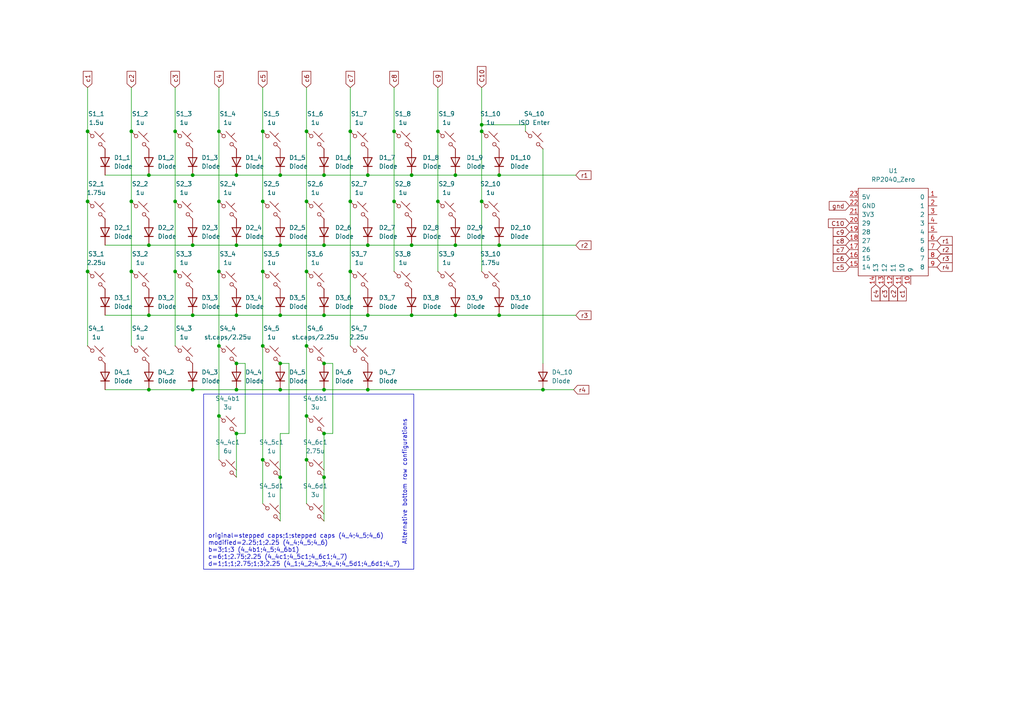
<source format=kicad_sch>
(kicad_sch (version 20230121) (generator eeschema)

  (uuid 06c90a0e-9473-4f75-bdea-c580e35d9ad0)

  (paper "A4")

  (lib_symbols
    (symbol "ScottoKeebs:MCU_RP2040_Zero" (pin_names (offset 1.016)) (in_bom yes) (on_board yes)
      (property "Reference" "U" (at 0 15.24 0)
        (effects (font (size 1.27 1.27)))
      )
      (property "Value" "RP2040_Zero" (at 0 12.7 0)
        (effects (font (size 1.27 1.27)))
      )
      (property "Footprint" "ScottoKeebs_MCU:RP2040_Zero" (at -8.89 5.08 0)
        (effects (font (size 1.27 1.27)) hide)
      )
      (property "Datasheet" "" (at -8.89 5.08 0)
        (effects (font (size 1.27 1.27)) hide)
      )
      (symbol "MCU_RP2040_Zero_0_1"
        (rectangle (start -10.16 11.43) (end 10.16 -13.97)
          (stroke (width 0) (type default))
          (fill (type none))
        )
      )
      (symbol "MCU_RP2040_Zero_1_1"
        (pin bidirectional line (at 12.7 8.89 180) (length 2.54)
          (name "0" (effects (font (size 1.27 1.27))))
          (number "1" (effects (font (size 1.27 1.27))))
        )
        (pin bidirectional line (at 5.08 -16.51 90) (length 2.54)
          (name "9" (effects (font (size 1.27 1.27))))
          (number "10" (effects (font (size 1.27 1.27))))
        )
        (pin bidirectional line (at 2.54 -16.51 90) (length 2.54)
          (name "10" (effects (font (size 1.27 1.27))))
          (number "11" (effects (font (size 1.27 1.27))))
        )
        (pin bidirectional line (at 0 -16.51 90) (length 2.54)
          (name "11" (effects (font (size 1.27 1.27))))
          (number "12" (effects (font (size 1.27 1.27))))
        )
        (pin bidirectional line (at -2.54 -16.51 90) (length 2.54)
          (name "12" (effects (font (size 1.27 1.27))))
          (number "13" (effects (font (size 1.27 1.27))))
        )
        (pin bidirectional line (at -5.08 -16.51 90) (length 2.54)
          (name "13" (effects (font (size 1.27 1.27))))
          (number "14" (effects (font (size 1.27 1.27))))
        )
        (pin bidirectional line (at -12.7 -11.43 0) (length 2.54)
          (name "14" (effects (font (size 1.27 1.27))))
          (number "15" (effects (font (size 1.27 1.27))))
        )
        (pin bidirectional line (at -12.7 -8.89 0) (length 2.54)
          (name "15" (effects (font (size 1.27 1.27))))
          (number "16" (effects (font (size 1.27 1.27))))
        )
        (pin bidirectional line (at -12.7 -6.35 0) (length 2.54)
          (name "26" (effects (font (size 1.27 1.27))))
          (number "17" (effects (font (size 1.27 1.27))))
        )
        (pin bidirectional line (at -12.7 -3.81 0) (length 2.54)
          (name "27" (effects (font (size 1.27 1.27))))
          (number "18" (effects (font (size 1.27 1.27))))
        )
        (pin bidirectional line (at -12.7 -1.27 0) (length 2.54)
          (name "28" (effects (font (size 1.27 1.27))))
          (number "19" (effects (font (size 1.27 1.27))))
        )
        (pin bidirectional line (at 12.7 6.35 180) (length 2.54)
          (name "1" (effects (font (size 1.27 1.27))))
          (number "2" (effects (font (size 1.27 1.27))))
        )
        (pin bidirectional line (at -12.7 1.27 0) (length 2.54)
          (name "29" (effects (font (size 1.27 1.27))))
          (number "20" (effects (font (size 1.27 1.27))))
        )
        (pin power_out line (at -12.7 3.81 0) (length 2.54)
          (name "3V3" (effects (font (size 1.27 1.27))))
          (number "21" (effects (font (size 1.27 1.27))))
        )
        (pin power_out line (at -12.7 6.35 0) (length 2.54)
          (name "GND" (effects (font (size 1.27 1.27))))
          (number "22" (effects (font (size 1.27 1.27))))
        )
        (pin power_out line (at -12.7 8.89 0) (length 2.54)
          (name "5V" (effects (font (size 1.27 1.27))))
          (number "23" (effects (font (size 1.27 1.27))))
        )
        (pin bidirectional line (at 12.7 3.81 180) (length 2.54)
          (name "2" (effects (font (size 1.27 1.27))))
          (number "3" (effects (font (size 1.27 1.27))))
        )
        (pin bidirectional line (at 12.7 1.27 180) (length 2.54)
          (name "3" (effects (font (size 1.27 1.27))))
          (number "4" (effects (font (size 1.27 1.27))))
        )
        (pin bidirectional line (at 12.7 -1.27 180) (length 2.54)
          (name "4" (effects (font (size 1.27 1.27))))
          (number "5" (effects (font (size 1.27 1.27))))
        )
        (pin bidirectional line (at 12.7 -3.81 180) (length 2.54)
          (name "5" (effects (font (size 1.27 1.27))))
          (number "6" (effects (font (size 1.27 1.27))))
        )
        (pin bidirectional line (at 12.7 -6.35 180) (length 2.54)
          (name "6" (effects (font (size 1.27 1.27))))
          (number "7" (effects (font (size 1.27 1.27))))
        )
        (pin bidirectional line (at 12.7 -8.89 180) (length 2.54)
          (name "7" (effects (font (size 1.27 1.27))))
          (number "8" (effects (font (size 1.27 1.27))))
        )
        (pin bidirectional line (at 12.7 -11.43 180) (length 2.54)
          (name "8" (effects (font (size 1.27 1.27))))
          (number "9" (effects (font (size 1.27 1.27))))
        )
      )
    )
    (symbol "ScottoKeebs:Placeholder_Diode" (pin_numbers hide) (pin_names hide) (in_bom yes) (on_board yes)
      (property "Reference" "D" (at 0 2.54 0)
        (effects (font (size 1.27 1.27)))
      )
      (property "Value" "Diode" (at 0 -2.54 0)
        (effects (font (size 1.27 1.27)))
      )
      (property "Footprint" "" (at 0 0 0)
        (effects (font (size 1.27 1.27)) hide)
      )
      (property "Datasheet" "" (at 0 0 0)
        (effects (font (size 1.27 1.27)) hide)
      )
      (property "Sim.Device" "D" (at 0 0 0)
        (effects (font (size 1.27 1.27)) hide)
      )
      (property "Sim.Pins" "1=K 2=A" (at 0 0 0)
        (effects (font (size 1.27 1.27)) hide)
      )
      (property "ki_keywords" "diode" (at 0 0 0)
        (effects (font (size 1.27 1.27)) hide)
      )
      (property "ki_description" "1N4148 (DO-35) or 1N4148W (SOD-123)" (at 0 0 0)
        (effects (font (size 1.27 1.27)) hide)
      )
      (property "ki_fp_filters" "D*DO?35*" (at 0 0 0)
        (effects (font (size 1.27 1.27)) hide)
      )
      (symbol "Placeholder_Diode_0_1"
        (polyline
          (pts
            (xy -1.27 1.27)
            (xy -1.27 -1.27)
          )
          (stroke (width 0.254) (type default))
          (fill (type none))
        )
        (polyline
          (pts
            (xy 1.27 0)
            (xy -1.27 0)
          )
          (stroke (width 0) (type default))
          (fill (type none))
        )
        (polyline
          (pts
            (xy 1.27 1.27)
            (xy 1.27 -1.27)
            (xy -1.27 0)
            (xy 1.27 1.27)
          )
          (stroke (width 0.254) (type default))
          (fill (type none))
        )
      )
      (symbol "Placeholder_Diode_1_1"
        (pin passive line (at -3.81 0 0) (length 2.54)
          (name "K" (effects (font (size 1.27 1.27))))
          (number "1" (effects (font (size 1.27 1.27))))
        )
        (pin passive line (at 3.81 0 180) (length 2.54)
          (name "A" (effects (font (size 1.27 1.27))))
          (number "2" (effects (font (size 1.27 1.27))))
        )
      )
    )
    (symbol "ScottoKeebs:Placeholder_Keyswitch" (pin_numbers hide) (pin_names (offset 1.016) hide) (in_bom yes) (on_board yes)
      (property "Reference" "S" (at 3.048 1.016 0)
        (effects (font (size 1.27 1.27)) (justify left))
      )
      (property "Value" "Keyswitch" (at 0 -3.81 0)
        (effects (font (size 1.27 1.27)))
      )
      (property "Footprint" "" (at 0 0 0)
        (effects (font (size 1.27 1.27)) hide)
      )
      (property "Datasheet" "~" (at 0 0 0)
        (effects (font (size 1.27 1.27)) hide)
      )
      (property "ki_keywords" "switch normally-open pushbutton push-button" (at 0 0 0)
        (effects (font (size 1.27 1.27)) hide)
      )
      (property "ki_description" "Push button switch, normally open, two pins, 45° tilted" (at 0 0 0)
        (effects (font (size 1.27 1.27)) hide)
      )
      (symbol "Placeholder_Keyswitch_0_1"
        (circle (center -1.1684 1.1684) (radius 0.508)
          (stroke (width 0) (type default))
          (fill (type none))
        )
        (polyline
          (pts
            (xy -0.508 2.54)
            (xy 2.54 -0.508)
          )
          (stroke (width 0) (type default))
          (fill (type none))
        )
        (polyline
          (pts
            (xy 1.016 1.016)
            (xy 2.032 2.032)
          )
          (stroke (width 0) (type default))
          (fill (type none))
        )
        (polyline
          (pts
            (xy -2.54 2.54)
            (xy -1.524 1.524)
            (xy -1.524 1.524)
          )
          (stroke (width 0) (type default))
          (fill (type none))
        )
        (polyline
          (pts
            (xy 1.524 -1.524)
            (xy 2.54 -2.54)
            (xy 2.54 -2.54)
            (xy 2.54 -2.54)
          )
          (stroke (width 0) (type default))
          (fill (type none))
        )
        (circle (center 1.143 -1.1938) (radius 0.508)
          (stroke (width 0) (type default))
          (fill (type none))
        )
        (pin passive line (at -2.54 2.54 0) (length 0)
          (name "1" (effects (font (size 1.27 1.27))))
          (number "1" (effects (font (size 1.27 1.27))))
        )
        (pin passive line (at 2.54 -2.54 180) (length 0)
          (name "2" (effects (font (size 1.27 1.27))))
          (number "2" (effects (font (size 1.27 1.27))))
        )
      )
    )
  )

  (junction (at 114.3 58.42) (diameter 0) (color 0 0 0 0)
    (uuid 02dfd3e7-205d-43a6-ac1a-0112bb9ecc39)
  )
  (junction (at 81.28 113.03) (diameter 0) (color 0 0 0 0)
    (uuid 154c3321-859b-4fdb-8ade-f6afcd1a45eb)
  )
  (junction (at 68.58 125.73) (diameter 0) (color 0 0 0 0)
    (uuid 18b21699-842d-4ba5-a068-c58f1f576b9a)
  )
  (junction (at 55.88 50.8) (diameter 0) (color 0 0 0 0)
    (uuid 198db51b-3eaf-4d71-9ebb-51a029a9846f)
  )
  (junction (at 43.18 113.03) (diameter 0) (color 0 0 0 0)
    (uuid 1c343cd0-06fe-4243-a924-6b99371129d6)
  )
  (junction (at 38.1 58.42) (diameter 0) (color 0 0 0 0)
    (uuid 1da4b6d1-ab10-40ea-8787-3f0d6b4d2717)
  )
  (junction (at 106.68 91.44) (diameter 0) (color 0 0 0 0)
    (uuid 1edf6e48-08e1-4add-a051-a33c6920f0f2)
  )
  (junction (at 132.08 71.12) (diameter 0) (color 0 0 0 0)
    (uuid 1eec899d-0a7d-46d9-891e-f882929cf6a4)
  )
  (junction (at 93.98 71.12) (diameter 0) (color 0 0 0 0)
    (uuid 2116a0b8-903e-4c52-8f0c-dd9f9e59a706)
  )
  (junction (at 88.9 78.74) (diameter 0) (color 0 0 0 0)
    (uuid 21c233de-dae6-4ca8-82c5-822b5eab28ec)
  )
  (junction (at 119.38 50.8) (diameter 0) (color 0 0 0 0)
    (uuid 22be6a00-fe9b-4abb-9c13-b9b88051c0bf)
  )
  (junction (at 68.58 71.12) (diameter 0) (color 0 0 0 0)
    (uuid 232401bd-bb3d-4aa9-b352-6efb5e23a40f)
  )
  (junction (at 50.8 58.42) (diameter 0) (color 0 0 0 0)
    (uuid 24f1bb31-893f-44d0-a7bc-c815b6f44d46)
  )
  (junction (at 76.2 58.42) (diameter 0) (color 0 0 0 0)
    (uuid 2c13ad10-21bb-47f6-8537-ec0a2f01cb91)
  )
  (junction (at 68.58 113.03) (diameter 0) (color 0 0 0 0)
    (uuid 35c07aa9-2e51-4ef9-98e7-c66a467e0b0b)
  )
  (junction (at 81.28 91.44) (diameter 0) (color 0 0 0 0)
    (uuid 3cd2ccc3-198b-4937-a353-da5786bf1918)
  )
  (junction (at 43.18 50.8) (diameter 0) (color 0 0 0 0)
    (uuid 4214aac1-7a49-426f-839e-9e226ba4df24)
  )
  (junction (at 114.3 38.1) (diameter 0) (color 0 0 0 0)
    (uuid 451ae006-97d4-45e2-ba36-f28699e70ad5)
  )
  (junction (at 68.58 91.44) (diameter 0) (color 0 0 0 0)
    (uuid 4adffad5-89f3-4637-bfa3-029a8c249d43)
  )
  (junction (at 93.98 125.73) (diameter 0) (color 0 0 0 0)
    (uuid 4af70583-6302-4bc1-8827-58ee6fc56377)
  )
  (junction (at 139.7 36.195) (diameter 0) (color 0 0 0 0)
    (uuid 4b03327f-d27b-497f-9cf2-c871ff8d5ae5)
  )
  (junction (at 139.7 38.1) (diameter 0) (color 0 0 0 0)
    (uuid 5b5487e2-06ac-48c9-96a9-256fb82fd875)
  )
  (junction (at 93.98 138.43) (diameter 0) (color 0 0 0 0)
    (uuid 5f30fa9b-a10f-4498-8a43-8f15b7cacef4)
  )
  (junction (at 101.6 78.74) (diameter 0) (color 0 0 0 0)
    (uuid 624f9103-073e-4893-a937-c636a3219122)
  )
  (junction (at 119.38 91.44) (diameter 0) (color 0 0 0 0)
    (uuid 628ca195-913e-47ce-9e49-f0bcb4f83b21)
  )
  (junction (at 81.28 50.8) (diameter 0) (color 0 0 0 0)
    (uuid 674e8913-f0fd-4934-a588-d24207da146c)
  )
  (junction (at 132.08 91.44) (diameter 0) (color 0 0 0 0)
    (uuid 69087999-c429-4a28-a9be-8f8bb433e8a4)
  )
  (junction (at 119.38 71.12) (diameter 0) (color 0 0 0 0)
    (uuid 6a7b19d9-e7d1-446f-8e1f-100e2b06dd4f)
  )
  (junction (at 106.68 71.12) (diameter 0) (color 0 0 0 0)
    (uuid 6e1b9d71-3003-4d73-8c28-7cb208a27402)
  )
  (junction (at 76.2 133.35) (diameter 0) (color 0 0 0 0)
    (uuid 7101eee8-bdc3-4457-bd9a-aae2be5468a7)
  )
  (junction (at 88.9 100.33) (diameter 0) (color 0 0 0 0)
    (uuid 72402b03-2a6f-4698-aacc-19e91b60504d)
  )
  (junction (at 88.9 133.35) (diameter 0) (color 0 0 0 0)
    (uuid 72c3e4ae-4eaa-4267-94d2-2d17460eea6e)
  )
  (junction (at 139.7 58.42) (diameter 0) (color 0 0 0 0)
    (uuid 77977782-71fe-4c0a-9da9-2a653c3718ab)
  )
  (junction (at 132.08 50.8) (diameter 0) (color 0 0 0 0)
    (uuid 78259039-9877-4cab-b400-9fd49427dcc3)
  )
  (junction (at 144.78 91.44) (diameter 0) (color 0 0 0 0)
    (uuid 785355ac-8c04-4041-a6e9-29a258c4900a)
  )
  (junction (at 81.28 105.41) (diameter 0) (color 0 0 0 0)
    (uuid 7abd3d91-adf0-48cf-9f90-4b42c4dc9aea)
  )
  (junction (at 81.28 138.43) (diameter 0) (color 0 0 0 0)
    (uuid 84792864-b383-48bf-aa37-c1502ab655e8)
  )
  (junction (at 68.58 105.41) (diameter 0) (color 0 0 0 0)
    (uuid 8539fc62-9ea1-4a49-a3c2-e2174cbf19a2)
  )
  (junction (at 55.88 71.12) (diameter 0) (color 0 0 0 0)
    (uuid 87a4b522-6bbd-4857-8901-4226b313adc1)
  )
  (junction (at 55.88 113.03) (diameter 0) (color 0 0 0 0)
    (uuid 8dde223f-3fd4-40bf-a938-11d129d1612b)
  )
  (junction (at 88.9 120.65) (diameter 0) (color 0 0 0 0)
    (uuid 92f4f4bb-4b6a-4dd2-beff-e06a0a98ce9d)
  )
  (junction (at 25.4 38.1) (diameter 0) (color 0 0 0 0)
    (uuid 96d7a6b8-9cd6-492a-8600-d7c09d4140b8)
  )
  (junction (at 25.4 78.74) (diameter 0) (color 0 0 0 0)
    (uuid 9bdc39ef-bfad-4e09-9063-3c7d78ba6a5a)
  )
  (junction (at 76.2 38.1) (diameter 0) (color 0 0 0 0)
    (uuid a141db24-1d3a-490b-af63-bdf9bf2cec02)
  )
  (junction (at 68.58 50.8) (diameter 0) (color 0 0 0 0)
    (uuid a1614d14-408e-4133-bb0b-a1779b6ae381)
  )
  (junction (at 76.2 78.74) (diameter 0) (color 0 0 0 0)
    (uuid a2b8f111-496f-4881-9948-d5e0501e2879)
  )
  (junction (at 93.98 50.8) (diameter 0) (color 0 0 0 0)
    (uuid a2d9674a-ee8f-46ac-9de2-3a76fceb4af9)
  )
  (junction (at 127 58.42) (diameter 0) (color 0 0 0 0)
    (uuid a5a8cef9-4521-4973-adfb-ddc028d68afa)
  )
  (junction (at 76.2 100.33) (diameter 0) (color 0 0 0 0)
    (uuid a9b8e941-b04e-409f-9e51-2ad81ace0366)
  )
  (junction (at 81.28 71.12) (diameter 0) (color 0 0 0 0)
    (uuid adaaf435-6b7d-45f4-924e-e46c745cfdea)
  )
  (junction (at 93.98 113.03) (diameter 0) (color 0 0 0 0)
    (uuid b0ca3f2d-5bdb-4849-bb75-97bd50848c17)
  )
  (junction (at 101.6 38.1) (diameter 0) (color 0 0 0 0)
    (uuid b2cd409f-74c5-4260-b4fe-e081052a71fc)
  )
  (junction (at 157.48 113.03) (diameter 0) (color 0 0 0 0)
    (uuid b5f01824-4026-4500-ab9d-c4a10a9fe15c)
  )
  (junction (at 144.78 71.12) (diameter 0) (color 0 0 0 0)
    (uuid b63fb236-7cc5-4bbb-a19c-1f19f459ece9)
  )
  (junction (at 38.1 38.1) (diameter 0) (color 0 0 0 0)
    (uuid b7807a71-d8c5-4a61-961f-424a600d0414)
  )
  (junction (at 43.18 91.44) (diameter 0) (color 0 0 0 0)
    (uuid b8c3bea3-6109-467e-8e2b-f74816fca88f)
  )
  (junction (at 63.5 120.65) (diameter 0) (color 0 0 0 0)
    (uuid ba51fd31-e4be-4f3e-8aba-01797499a1c8)
  )
  (junction (at 106.68 50.8) (diameter 0) (color 0 0 0 0)
    (uuid bf588181-80b3-4d35-a42a-23acb7285a11)
  )
  (junction (at 43.18 71.12) (diameter 0) (color 0 0 0 0)
    (uuid c1bfd85f-76c2-4bc0-accb-7289cc4e1a32)
  )
  (junction (at 101.6 58.42) (diameter 0) (color 0 0 0 0)
    (uuid c2cf5bfe-4bd3-4da4-aa50-75785f0edb06)
  )
  (junction (at 63.5 100.33) (diameter 0) (color 0 0 0 0)
    (uuid c467afb0-adf8-4880-8e1a-1b873f8b3432)
  )
  (junction (at 93.98 91.44) (diameter 0) (color 0 0 0 0)
    (uuid cc58f5f7-d884-4286-a778-4fe57609fa3a)
  )
  (junction (at 63.5 78.74) (diameter 0) (color 0 0 0 0)
    (uuid d0e8d984-e655-4cb7-bd37-0ac8860641cf)
  )
  (junction (at 25.4 58.42) (diameter 0) (color 0 0 0 0)
    (uuid d22c636c-47c5-46cd-bfdc-6e9f0fbb80bf)
  )
  (junction (at 55.88 91.44) (diameter 0) (color 0 0 0 0)
    (uuid d23de404-fc7a-4357-88c5-45670c695ff4)
  )
  (junction (at 93.98 105.41) (diameter 0) (color 0 0 0 0)
    (uuid d35d441f-a8f4-47fd-8e06-8ba25a50e023)
  )
  (junction (at 127 38.1) (diameter 0) (color 0 0 0 0)
    (uuid d747d1c6-7b72-40a8-a3a8-98ece74e6fe1)
  )
  (junction (at 106.68 113.03) (diameter 0) (color 0 0 0 0)
    (uuid dee05ec2-62a2-43df-b5fd-053d7ae29df8)
  )
  (junction (at 38.1 78.74) (diameter 0) (color 0 0 0 0)
    (uuid e950fab6-fbf4-4240-b715-4754968c3963)
  )
  (junction (at 63.5 38.1) (diameter 0) (color 0 0 0 0)
    (uuid e97012c4-59be-405e-abac-b4c9cc7e71f7)
  )
  (junction (at 50.8 78.74) (diameter 0) (color 0 0 0 0)
    (uuid eac4ca49-44d4-4d02-9ced-64396ac192fc)
  )
  (junction (at 144.78 50.8) (diameter 0) (color 0 0 0 0)
    (uuid eadac033-e6df-44e9-9fd7-815c12de42c6)
  )
  (junction (at 88.9 38.1) (diameter 0) (color 0 0 0 0)
    (uuid f2e5f168-ad38-4627-8e58-bce9005966f5)
  )
  (junction (at 50.8 38.1) (diameter 0) (color 0 0 0 0)
    (uuid f46a81e4-67a5-49d4-8ecd-18d0ea6dd152)
  )
  (junction (at 88.9 58.42) (diameter 0) (color 0 0 0 0)
    (uuid f4a15a9d-5bf3-455b-992a-841e66e9f439)
  )
  (junction (at 63.5 58.42) (diameter 0) (color 0 0 0 0)
    (uuid fdf760f2-4acb-4b7d-8cfc-8f49a71d00e0)
  )

  (wire (pts (xy 30.48 71.12) (xy 43.18 71.12))
    (stroke (width 0) (type default))
    (uuid 02950786-a961-4753-bd57-7ae692da012b)
  )
  (wire (pts (xy 63.5 78.74) (xy 63.5 58.42))
    (stroke (width 0) (type default))
    (uuid 040b43e1-9f8f-45dc-92c4-d709d28b6603)
  )
  (wire (pts (xy 63.5 25.4) (xy 63.5 38.1))
    (stroke (width 0) (type default))
    (uuid 09c927a1-bbd2-4682-8bdc-e9eb72fcebb4)
  )
  (wire (pts (xy 81.28 91.44) (xy 93.98 91.44))
    (stroke (width 0) (type default))
    (uuid 09fe8b62-9dbc-4f12-a235-1fb3aef79848)
  )
  (wire (pts (xy 88.9 133.35) (xy 88.9 146.05))
    (stroke (width 0) (type default))
    (uuid 0b3f35f0-c528-49cf-b7c8-f87ebb66ec05)
  )
  (wire (pts (xy 127 25.4) (xy 127 38.1))
    (stroke (width 0) (type default))
    (uuid 0b7497aa-c94f-49b4-a7f3-453f59e938d9)
  )
  (wire (pts (xy 76.2 133.35) (xy 76.2 146.05))
    (stroke (width 0) (type default))
    (uuid 11228719-5d0c-495d-8209-d1bc8404520b)
  )
  (wire (pts (xy 38.1 78.74) (xy 38.1 58.42))
    (stroke (width 0) (type default))
    (uuid 161e0165-44f3-4cad-a8c6-6351827129d9)
  )
  (wire (pts (xy 88.9 58.42) (xy 88.9 78.74))
    (stroke (width 0) (type default))
    (uuid 17dc5e4c-fc72-44ae-8b11-a8d756e1a46c)
  )
  (wire (pts (xy 127 38.1) (xy 127 58.42))
    (stroke (width 0) (type default))
    (uuid 1b131d6e-bd7d-4f8b-9b34-eb51b8255e17)
  )
  (wire (pts (xy 96.52 125.73) (xy 96.52 105.41))
    (stroke (width 0) (type default))
    (uuid 1bdc8871-bf69-4e16-81b9-5624b8a77539)
  )
  (wire (pts (xy 101.6 78.74) (xy 101.6 100.33))
    (stroke (width 0) (type default))
    (uuid 20144593-d4f5-49cd-8428-2463ae9d8854)
  )
  (wire (pts (xy 68.58 125.73) (xy 71.12 125.73))
    (stroke (width 0) (type default))
    (uuid 22830e14-b8dd-4bf7-a0ec-583d70e86d54)
  )
  (wire (pts (xy 83.82 105.41) (xy 81.28 105.41))
    (stroke (width 0) (type default))
    (uuid 237036c5-7e4f-4d9e-bb17-b4efd9897dc1)
  )
  (wire (pts (xy 63.5 78.74) (xy 63.5 100.33))
    (stroke (width 0) (type default))
    (uuid 26252db4-1f35-40dc-a9d8-aea8a62c6e07)
  )
  (wire (pts (xy 139.7 38.1) (xy 139.7 58.42))
    (stroke (width 0) (type default))
    (uuid 28248b42-78ff-438b-9725-c4f27c7a6a06)
  )
  (wire (pts (xy 139.7 36.195) (xy 152.4 36.195))
    (stroke (width 0) (type default))
    (uuid 294888a0-1526-4ad4-a7c7-abcede32f20c)
  )
  (wire (pts (xy 93.98 113.03) (xy 106.68 113.03))
    (stroke (width 0) (type default))
    (uuid 2a91c72f-fbb8-4beb-a33a-ef8718acad05)
  )
  (wire (pts (xy 68.58 113.03) (xy 81.28 113.03))
    (stroke (width 0) (type default))
    (uuid 2b371d41-6767-4b1e-ba75-74055cd067c5)
  )
  (wire (pts (xy 139.7 36.195) (xy 139.7 38.1))
    (stroke (width 0) (type default))
    (uuid 2b4225e9-795e-4d7d-9247-d8e660806248)
  )
  (wire (pts (xy 68.58 91.44) (xy 81.28 91.44))
    (stroke (width 0) (type default))
    (uuid 3684f9c9-b3c9-453a-961e-29f3613abf57)
  )
  (wire (pts (xy 43.18 91.44) (xy 55.88 91.44))
    (stroke (width 0) (type default))
    (uuid 370a4d5d-1768-493a-9b49-fc29d50d1541)
  )
  (wire (pts (xy 132.08 50.8) (xy 144.78 50.8))
    (stroke (width 0) (type default))
    (uuid 37f1e07c-b2b8-4e2e-8381-709c73f4b0b6)
  )
  (wire (pts (xy 55.88 113.03) (xy 68.58 113.03))
    (stroke (width 0) (type default))
    (uuid 387951da-bd2f-49fb-986c-d975e8a60765)
  )
  (wire (pts (xy 93.98 71.12) (xy 106.68 71.12))
    (stroke (width 0) (type default))
    (uuid 3a1a34fe-4e40-4c28-b0e5-6e75180fec79)
  )
  (wire (pts (xy 119.38 91.44) (xy 132.08 91.44))
    (stroke (width 0) (type default))
    (uuid 3b0178bf-7f7a-45d9-a467-06f6149718c1)
  )
  (wire (pts (xy 81.28 138.43) (xy 81.28 125.73))
    (stroke (width 0) (type default))
    (uuid 3d68118d-5461-467c-9f02-955ee82b4e3f)
  )
  (wire (pts (xy 63.5 120.65) (xy 63.5 133.35))
    (stroke (width 0) (type default))
    (uuid 4484733c-fa3b-4922-a061-5246451e9556)
  )
  (wire (pts (xy 88.9 100.33) (xy 88.9 120.65))
    (stroke (width 0) (type default))
    (uuid 47de0cd7-b0f1-4ba1-b853-2a9e8b839fa7)
  )
  (wire (pts (xy 152.4 38.1) (xy 152.4 36.195))
    (stroke (width 0) (type default))
    (uuid 4b17831d-6952-4bb4-9ce6-de77f5084818)
  )
  (wire (pts (xy 68.58 50.8) (xy 81.28 50.8))
    (stroke (width 0) (type default))
    (uuid 4b9a5015-cc4c-4e27-bb1b-3f868370eced)
  )
  (wire (pts (xy 132.08 91.44) (xy 144.78 91.44))
    (stroke (width 0) (type default))
    (uuid 4c313e50-61ab-43df-8001-7d52b5186ac1)
  )
  (wire (pts (xy 63.5 58.42) (xy 63.5 38.1))
    (stroke (width 0) (type default))
    (uuid 4e58156c-19ea-4115-9a4d-fabf99d2aab6)
  )
  (wire (pts (xy 144.78 91.44) (xy 167.005 91.44))
    (stroke (width 0) (type default))
    (uuid 51bc7e5b-2dc3-4262-88f3-cdf32dd92d10)
  )
  (wire (pts (xy 30.48 113.03) (xy 43.18 113.03))
    (stroke (width 0) (type default))
    (uuid 589fb52a-6bcf-4f4e-8716-7e23bbbffcfa)
  )
  (wire (pts (xy 71.12 125.73) (xy 71.12 105.41))
    (stroke (width 0) (type default))
    (uuid 5f0e83c7-d57a-4c92-ac45-1f8aea7bba43)
  )
  (wire (pts (xy 93.98 138.43) (xy 93.98 151.13))
    (stroke (width 0) (type default))
    (uuid 6044d6e7-afaf-4664-b95f-d03af2abd3fb)
  )
  (wire (pts (xy 119.38 71.12) (xy 132.08 71.12))
    (stroke (width 0) (type default))
    (uuid 62000c11-11fc-45a1-891b-c3351791d3ce)
  )
  (wire (pts (xy 101.6 58.42) (xy 101.6 78.74))
    (stroke (width 0) (type default))
    (uuid 62ff6b33-7ea2-49d6-bbac-976be2b186dc)
  )
  (wire (pts (xy 114.3 58.42) (xy 114.3 78.74))
    (stroke (width 0) (type default))
    (uuid 666908ab-35a2-45cf-a425-937f787fd583)
  )
  (wire (pts (xy 81.28 113.03) (xy 93.98 113.03))
    (stroke (width 0) (type default))
    (uuid 6714bac3-ed45-43b8-816e-d92c2a40f02c)
  )
  (wire (pts (xy 76.2 58.42) (xy 76.2 38.1))
    (stroke (width 0) (type default))
    (uuid 675716f2-9072-49ca-ab89-a527f7152a15)
  )
  (wire (pts (xy 55.88 50.8) (xy 68.58 50.8))
    (stroke (width 0) (type default))
    (uuid 6767bea4-6be1-464a-b53c-980211d1838a)
  )
  (wire (pts (xy 132.08 71.12) (xy 144.78 71.12))
    (stroke (width 0) (type default))
    (uuid 6d883c94-561b-48a5-810a-8387cda01d71)
  )
  (wire (pts (xy 106.68 113.03) (xy 157.48 113.03))
    (stroke (width 0) (type default))
    (uuid 752f4be6-2ff3-4ce4-9148-b39dbdceeefd)
  )
  (wire (pts (xy 157.48 43.18) (xy 157.48 105.41))
    (stroke (width 0) (type default))
    (uuid 776e3340-c725-41ef-bb3c-ccfd6eb6b842)
  )
  (wire (pts (xy 88.9 25.4) (xy 88.9 38.1))
    (stroke (width 0) (type default))
    (uuid 7854bd90-991b-4997-a543-6bd7676ac50f)
  )
  (wire (pts (xy 81.28 71.12) (xy 93.98 71.12))
    (stroke (width 0) (type default))
    (uuid 7b2a39ab-73bf-4653-bed0-112b80989ca6)
  )
  (wire (pts (xy 25.4 25.4) (xy 25.4 38.1))
    (stroke (width 0) (type default))
    (uuid 7b847b6c-1e31-4b38-a995-0d9c7b220555)
  )
  (wire (pts (xy 101.6 38.1) (xy 101.6 58.42))
    (stroke (width 0) (type default))
    (uuid 7f48efc8-9111-4f2c-844e-283d1b3a35a6)
  )
  (wire (pts (xy 76.2 78.74) (xy 76.2 100.33))
    (stroke (width 0) (type default))
    (uuid 8021b0a9-cb1e-4f2e-a660-4efddb05c2b7)
  )
  (wire (pts (xy 71.12 105.41) (xy 68.58 105.41))
    (stroke (width 0) (type default))
    (uuid 8198c5de-032f-416a-aaeb-f09fc7667af6)
  )
  (wire (pts (xy 76.2 100.33) (xy 76.2 133.35))
    (stroke (width 0) (type default))
    (uuid 85ade917-fb38-4272-a073-7de85f0bfb68)
  )
  (wire (pts (xy 88.9 78.74) (xy 88.9 100.33))
    (stroke (width 0) (type default))
    (uuid 8adaf730-a5cb-436a-a4b6-c227e779aceb)
  )
  (wire (pts (xy 38.1 25.4) (xy 38.1 38.1))
    (stroke (width 0) (type default))
    (uuid 90afb991-1578-430e-b14f-4f1f68829827)
  )
  (wire (pts (xy 88.9 38.1) (xy 88.9 58.42))
    (stroke (width 0) (type default))
    (uuid 9116af3d-65d9-4204-805b-3091339a85de)
  )
  (wire (pts (xy 106.68 71.12) (xy 119.38 71.12))
    (stroke (width 0) (type default))
    (uuid 9289ccfe-ee73-4e1c-a319-2f73a4b99652)
  )
  (wire (pts (xy 50.8 78.74) (xy 50.8 58.42))
    (stroke (width 0) (type default))
    (uuid 92d9d5f3-c070-49f3-89be-c379cd25517a)
  )
  (wire (pts (xy 25.4 78.74) (xy 25.4 58.42))
    (stroke (width 0) (type default))
    (uuid 93a84ee6-5251-4cc6-93d2-1568c0c7d239)
  )
  (wire (pts (xy 144.78 50.8) (xy 167.005 50.8))
    (stroke (width 0) (type default))
    (uuid 990e78b8-6251-4cca-9720-e1b632fafe2a)
  )
  (wire (pts (xy 63.5 100.33) (xy 63.5 120.65))
    (stroke (width 0) (type default))
    (uuid 99e3dbc5-6fa6-45c9-b246-609d1bf865c1)
  )
  (wire (pts (xy 81.28 138.43) (xy 81.28 151.13))
    (stroke (width 0) (type default))
    (uuid 9a852b0e-ba0b-4ce7-bd79-229a7e38164e)
  )
  (wire (pts (xy 43.18 71.12) (xy 55.88 71.12))
    (stroke (width 0) (type default))
    (uuid 9b7943cd-3c24-4050-9472-55745b1bbcc1)
  )
  (wire (pts (xy 30.48 50.8) (xy 43.18 50.8))
    (stroke (width 0) (type default))
    (uuid 9eef164b-8822-4c9a-9c66-3fa8563b5f53)
  )
  (wire (pts (xy 101.6 25.4) (xy 101.6 38.1))
    (stroke (width 0) (type default))
    (uuid a458de20-7de2-4690-b6bd-e5686030a1e8)
  )
  (wire (pts (xy 114.3 25.4) (xy 114.3 38.1))
    (stroke (width 0) (type default))
    (uuid a519dbfe-c2eb-4ba7-8440-3690a511dbd3)
  )
  (wire (pts (xy 127 58.42) (xy 127 78.74))
    (stroke (width 0) (type default))
    (uuid a577893b-c580-4dab-aa6e-f201215911da)
  )
  (wire (pts (xy 25.4 58.42) (xy 25.4 38.1))
    (stroke (width 0) (type default))
    (uuid a81f5055-c6e3-45db-8375-3c78f92e01c5)
  )
  (wire (pts (xy 106.68 91.44) (xy 119.38 91.44))
    (stroke (width 0) (type default))
    (uuid aaa49b6c-dad6-495a-afef-7903c3e553e7)
  )
  (wire (pts (xy 55.88 91.44) (xy 68.58 91.44))
    (stroke (width 0) (type default))
    (uuid aac46b3e-9728-4d6c-97ee-a4bb218c84ab)
  )
  (wire (pts (xy 93.98 50.8) (xy 106.68 50.8))
    (stroke (width 0) (type default))
    (uuid ac5e6284-ddcb-4577-bb8b-1d386f730854)
  )
  (wire (pts (xy 93.98 125.73) (xy 96.52 125.73))
    (stroke (width 0) (type default))
    (uuid ad2f4922-ea7b-4e4a-9ef0-62e4f8a69528)
  )
  (wire (pts (xy 157.48 113.03) (xy 166.37 113.03))
    (stroke (width 0) (type default))
    (uuid ad4d3f65-1143-4357-b3fa-ff0538a35509)
  )
  (wire (pts (xy 93.98 91.44) (xy 106.68 91.44))
    (stroke (width 0) (type default))
    (uuid af905817-1779-40ec-a47c-b5263697c1eb)
  )
  (wire (pts (xy 76.2 78.74) (xy 76.2 58.42))
    (stroke (width 0) (type default))
    (uuid b9da58f8-5927-4e65-8f6f-92e4158a46f2)
  )
  (wire (pts (xy 68.58 125.73) (xy 68.58 138.43))
    (stroke (width 0) (type default))
    (uuid ba55dba9-431f-4912-838c-d6d5f4912362)
  )
  (wire (pts (xy 96.52 105.41) (xy 93.98 105.41))
    (stroke (width 0) (type default))
    (uuid bb786d13-97f0-440b-bd86-96c1a34ce6b1)
  )
  (wire (pts (xy 114.3 38.1) (xy 114.3 58.42))
    (stroke (width 0) (type default))
    (uuid bb9f85f9-4976-45de-a801-fb76038c4f72)
  )
  (wire (pts (xy 55.88 71.12) (xy 68.58 71.12))
    (stroke (width 0) (type default))
    (uuid bc95e0f6-69b4-44d8-b0c4-d83edf440c11)
  )
  (wire (pts (xy 81.28 125.73) (xy 83.82 125.73))
    (stroke (width 0) (type default))
    (uuid c2ed4491-f6e6-43d3-9cbd-bc53a3c49ede)
  )
  (wire (pts (xy 139.7 58.42) (xy 139.7 78.74))
    (stroke (width 0) (type default))
    (uuid c47e7b8a-eb2c-4810-966b-8fbc4fa5f365)
  )
  (wire (pts (xy 76.2 25.4) (xy 76.2 38.1))
    (stroke (width 0) (type default))
    (uuid cace8690-e3ec-4455-b106-170db44302b3)
  )
  (wire (pts (xy 38.1 58.42) (xy 38.1 38.1))
    (stroke (width 0) (type default))
    (uuid cae65f40-e713-404e-9fcb-f1b756328064)
  )
  (wire (pts (xy 88.9 120.65) (xy 88.9 133.35))
    (stroke (width 0) (type default))
    (uuid cc3632a0-651e-4a96-a474-accf41256026)
  )
  (wire (pts (xy 83.82 125.73) (xy 83.82 105.41))
    (stroke (width 0) (type default))
    (uuid cc79ddd8-25c7-495a-8fba-6b72415ef706)
  )
  (wire (pts (xy 25.4 78.74) (xy 25.4 100.33))
    (stroke (width 0) (type default))
    (uuid cdfb06fa-934b-42fd-8bd0-cdf2dee765a8)
  )
  (wire (pts (xy 38.1 78.74) (xy 38.1 100.33))
    (stroke (width 0) (type default))
    (uuid d284a817-3881-46ce-bf19-87784b78871c)
  )
  (wire (pts (xy 50.8 58.42) (xy 50.8 38.1))
    (stroke (width 0) (type default))
    (uuid d37be710-0c0e-4ca3-ab29-8b532c6bd44e)
  )
  (wire (pts (xy 144.78 71.12) (xy 167.005 71.12))
    (stroke (width 0) (type default))
    (uuid d40c018f-3465-48b8-8ab2-e5741be36be4)
  )
  (wire (pts (xy 119.38 50.8) (xy 132.08 50.8))
    (stroke (width 0) (type default))
    (uuid d6b7c0c1-295e-4cb8-ad69-b0d11efe3aa0)
  )
  (wire (pts (xy 93.98 125.73) (xy 93.98 138.43))
    (stroke (width 0) (type default))
    (uuid da8a204e-de83-4b8a-90a0-f73cfb004984)
  )
  (wire (pts (xy 106.68 50.8) (xy 119.38 50.8))
    (stroke (width 0) (type default))
    (uuid de0231a1-2ca6-4719-8987-94222ce4e8b9)
  )
  (wire (pts (xy 30.48 91.44) (xy 43.18 91.44))
    (stroke (width 0) (type default))
    (uuid e09aa41c-32bb-41ce-861b-608ef59a05e4)
  )
  (wire (pts (xy 68.58 71.12) (xy 81.28 71.12))
    (stroke (width 0) (type default))
    (uuid e3d13432-ce34-4210-9f1c-d47bfc5ebce8)
  )
  (wire (pts (xy 50.8 25.4) (xy 50.8 38.1))
    (stroke (width 0) (type default))
    (uuid e603c80d-a37a-4fb5-994e-703e66e1b19d)
  )
  (wire (pts (xy 50.8 78.74) (xy 50.8 100.33))
    (stroke (width 0) (type default))
    (uuid edb5924d-e5e0-4ad0-be52-87d2078e05f0)
  )
  (wire (pts (xy 43.18 113.03) (xy 55.88 113.03))
    (stroke (width 0) (type default))
    (uuid f3928b28-54da-4309-9760-b1d24af1b407)
  )
  (wire (pts (xy 43.18 50.8) (xy 55.88 50.8))
    (stroke (width 0) (type default))
    (uuid f82d0930-f093-44b0-85d5-9fa325f39505)
  )
  (wire (pts (xy 81.28 50.8) (xy 93.98 50.8))
    (stroke (width 0) (type default))
    (uuid f9a8aac9-5f75-45c4-8183-cca7556799d6)
  )
  (wire (pts (xy 139.7 25.4) (xy 139.7 36.195))
    (stroke (width 0) (type default))
    (uuid fcc02efd-a2a6-4a0b-a04e-fc8b628dad56)
  )

  (rectangle (start 59.055 114.3) (end 120.015 165.1)
    (stroke (width 0) (type default))
    (fill (type none))
    (uuid cbdd47be-ed1e-4437-be10-1d65821fe537)
  )

  (text "original=stepped caps;1;stepped caps (4_4;4_5;4_6)\nmodified=2.25;1;2.25 (4_4;4_5;4_6)\nb=3;1;3 (4_4b1;4_5;4_6b1)\nc=6;1;2.75;2.25 (4_4c1;4_5c1;4_6c1;4_7)\nd=1;1;1;2.75;1;3;2.25 (4_1;4_2;4_3;4_4;4_5d1;4_6d1;4_7)"
    (at 60.325 164.465 0)
    (effects (font (size 1.27 1.27)) (justify left bottom))
    (uuid 81807fcd-4667-4fc1-a9bc-9c53368646ed)
  )
  (text "Alternative bottom row configurations" (at 118.11 158.115 90)
    (effects (font (size 1.27 1.27)) (justify left bottom))
    (uuid e0364476-a76d-40e3-bff6-110f198e5cd1)
  )

  (global_label "r3" (shape input) (at 271.78 74.93 0) (fields_autoplaced)
    (effects (font (size 1.27 1.27)) (justify left))
    (uuid 02965046-c9b0-427d-bb38-2419152a6fcc)
    (property "Intersheetrefs" "${INTERSHEET_REFS}" (at 276.7609 74.93 0)
      (effects (font (size 1.27 1.27)) (justify left) hide)
    )
  )
  (global_label "c4" (shape input) (at 63.5 25.4 90) (fields_autoplaced)
    (effects (font (size 1.27 1.27)) (justify left))
    (uuid 0f3cd7d6-814a-4354-9c23-45ea541053a0)
    (property "Intersheetrefs" "${INTERSHEET_REFS}" (at 63.5 20.1167 90)
      (effects (font (size 1.27 1.27)) (justify left) hide)
    )
  )
  (global_label "c8" (shape input) (at 246.38 69.85 180) (fields_autoplaced)
    (effects (font (size 1.27 1.27)) (justify right))
    (uuid 1329226e-68e6-47b3-9d6b-ef713434af48)
    (property "Intersheetrefs" "${INTERSHEET_REFS}" (at 241.0967 69.85 0)
      (effects (font (size 1.27 1.27)) (justify right) hide)
    )
  )
  (global_label "r1" (shape input) (at 167.005 50.8 0) (fields_autoplaced)
    (effects (font (size 1.27 1.27)) (justify left))
    (uuid 25a83ddf-e65b-446f-9495-ddb7894fd643)
    (property "Intersheetrefs" "${INTERSHEET_REFS}" (at 171.9859 50.8 0)
      (effects (font (size 1.27 1.27)) (justify left) hide)
    )
  )
  (global_label "c2" (shape input) (at 259.08 82.55 270) (fields_autoplaced)
    (effects (font (size 1.27 1.27)) (justify right))
    (uuid 260eb847-1205-4c33-a21c-1e4856d72d15)
    (property "Intersheetrefs" "${INTERSHEET_REFS}" (at 259.08 87.8333 90)
      (effects (font (size 1.27 1.27)) (justify right) hide)
    )
  )
  (global_label "c4" (shape input) (at 254 82.55 270) (fields_autoplaced)
    (effects (font (size 1.27 1.27)) (justify right))
    (uuid 29ca2c20-6b5e-4d6e-bca0-a36774f5b03e)
    (property "Intersheetrefs" "${INTERSHEET_REFS}" (at 254 87.8333 90)
      (effects (font (size 1.27 1.27)) (justify right) hide)
    )
  )
  (global_label "c2" (shape input) (at 38.1 25.4 90) (fields_autoplaced)
    (effects (font (size 1.27 1.27)) (justify left))
    (uuid 2dc72964-a746-45be-8534-2a9f25c85e7f)
    (property "Intersheetrefs" "${INTERSHEET_REFS}" (at 38.1 20.1167 90)
      (effects (font (size 1.27 1.27)) (justify left) hide)
    )
  )
  (global_label "c6" (shape input) (at 88.9 25.4 90) (fields_autoplaced)
    (effects (font (size 1.27 1.27)) (justify left))
    (uuid 2f5af83b-0e5d-4bb5-b9c6-9e21ad967b57)
    (property "Intersheetrefs" "${INTERSHEET_REFS}" (at 88.9 20.1167 90)
      (effects (font (size 1.27 1.27)) (justify left) hide)
    )
  )
  (global_label "r1" (shape input) (at 271.78 69.85 0) (fields_autoplaced)
    (effects (font (size 1.27 1.27)) (justify left))
    (uuid 32fda996-dc1c-43c2-a90e-1c776480e424)
    (property "Intersheetrefs" "${INTERSHEET_REFS}" (at 276.7609 69.85 0)
      (effects (font (size 1.27 1.27)) (justify left) hide)
    )
  )
  (global_label "c9" (shape input) (at 127 25.4 90) (fields_autoplaced)
    (effects (font (size 1.27 1.27)) (justify left))
    (uuid 3c154c39-d835-41c5-b3ca-038c47a26a97)
    (property "Intersheetrefs" "${INTERSHEET_REFS}" (at 127 20.1167 90)
      (effects (font (size 1.27 1.27)) (justify left) hide)
    )
  )
  (global_label "c3" (shape input) (at 50.8 25.4 90) (fields_autoplaced)
    (effects (font (size 1.27 1.27)) (justify left))
    (uuid 5e63689c-448f-4c65-9f82-577e7a2d746d)
    (property "Intersheetrefs" "${INTERSHEET_REFS}" (at 50.8 20.1167 90)
      (effects (font (size 1.27 1.27)) (justify left) hide)
    )
  )
  (global_label "c1" (shape input) (at 261.62 82.55 270) (fields_autoplaced)
    (effects (font (size 1.27 1.27)) (justify right))
    (uuid 67d31b20-5256-437a-9672-e7b4ccfd93dd)
    (property "Intersheetrefs" "${INTERSHEET_REFS}" (at 261.62 87.8333 90)
      (effects (font (size 1.27 1.27)) (justify right) hide)
    )
  )
  (global_label "c3" (shape input) (at 256.54 82.55 270) (fields_autoplaced)
    (effects (font (size 1.27 1.27)) (justify right))
    (uuid 6a391c28-e843-4442-801a-9322882c6bfb)
    (property "Intersheetrefs" "${INTERSHEET_REFS}" (at 256.54 87.8333 90)
      (effects (font (size 1.27 1.27)) (justify right) hide)
    )
  )
  (global_label "c8" (shape input) (at 114.3 25.4 90) (fields_autoplaced)
    (effects (font (size 1.27 1.27)) (justify left))
    (uuid 7ef1fe14-4060-4430-9ea9-57f3b3973e64)
    (property "Intersheetrefs" "${INTERSHEET_REFS}" (at 114.3 20.1167 90)
      (effects (font (size 1.27 1.27)) (justify left) hide)
    )
  )
  (global_label "gnd" (shape input) (at 246.38 59.69 180) (fields_autoplaced)
    (effects (font (size 1.27 1.27)) (justify right))
    (uuid 80411f79-daad-4bc8-9e35-32eb10720742)
    (property "Intersheetrefs" "${INTERSHEET_REFS}" (at 239.9478 59.69 0)
      (effects (font (size 1.27 1.27)) (justify right) hide)
    )
  )
  (global_label "C10" (shape input) (at 246.38 64.77 180) (fields_autoplaced)
    (effects (font (size 1.27 1.27)) (justify right))
    (uuid 813a14b9-ed15-455c-87bf-7cd8014b1b6b)
    (property "Intersheetrefs" "${INTERSHEET_REFS}" (at 239.7058 64.77 0)
      (effects (font (size 1.27 1.27)) (justify right) hide)
    )
  )
  (global_label "c5" (shape input) (at 76.2 25.4 90) (fields_autoplaced)
    (effects (font (size 1.27 1.27)) (justify left))
    (uuid 87159c63-e2ae-446f-b089-a997e640fb19)
    (property "Intersheetrefs" "${INTERSHEET_REFS}" (at 76.2 20.1167 90)
      (effects (font (size 1.27 1.27)) (justify left) hide)
    )
  )
  (global_label "r3" (shape input) (at 167.005 91.44 0) (fields_autoplaced)
    (effects (font (size 1.27 1.27)) (justify left))
    (uuid 8d613338-ecb5-4500-bad3-8f962bad1852)
    (property "Intersheetrefs" "${INTERSHEET_REFS}" (at 171.9859 91.44 0)
      (effects (font (size 1.27 1.27)) (justify left) hide)
    )
  )
  (global_label "c7" (shape input) (at 246.38 72.39 180) (fields_autoplaced)
    (effects (font (size 1.27 1.27)) (justify right))
    (uuid 91eb2cd4-2e05-4264-aad3-7d204c52e9c3)
    (property "Intersheetrefs" "${INTERSHEET_REFS}" (at 241.0967 72.39 0)
      (effects (font (size 1.27 1.27)) (justify right) hide)
    )
  )
  (global_label "r4" (shape input) (at 166.37 113.03 0) (fields_autoplaced)
    (effects (font (size 1.27 1.27)) (justify left))
    (uuid 9d4cb702-006b-49bf-8fef-7edb6f1dce36)
    (property "Intersheetrefs" "${INTERSHEET_REFS}" (at 171.3509 113.03 0)
      (effects (font (size 1.27 1.27)) (justify left) hide)
    )
  )
  (global_label "c7" (shape input) (at 101.6 25.4 90) (fields_autoplaced)
    (effects (font (size 1.27 1.27)) (justify left))
    (uuid b6ea410b-1744-47b9-afbf-ad9c186f7cdc)
    (property "Intersheetrefs" "${INTERSHEET_REFS}" (at 101.6 20.1167 90)
      (effects (font (size 1.27 1.27)) (justify left) hide)
    )
  )
  (global_label "c5" (shape input) (at 246.38 77.47 180) (fields_autoplaced)
    (effects (font (size 1.27 1.27)) (justify right))
    (uuid c728d368-28ab-4429-bcab-0f9586ca62a0)
    (property "Intersheetrefs" "${INTERSHEET_REFS}" (at 241.0967 77.47 0)
      (effects (font (size 1.27 1.27)) (justify right) hide)
    )
  )
  (global_label "C10" (shape input) (at 139.7 25.4 90) (fields_autoplaced)
    (effects (font (size 1.27 1.27)) (justify left))
    (uuid c94c4a3f-0c16-435c-81f3-027fab504404)
    (property "Intersheetrefs" "${INTERSHEET_REFS}" (at 139.7 18.7258 90)
      (effects (font (size 1.27 1.27)) (justify left) hide)
    )
  )
  (global_label "c6" (shape input) (at 246.38 74.93 180) (fields_autoplaced)
    (effects (font (size 1.27 1.27)) (justify right))
    (uuid d99b2ae2-8214-4563-adf8-95e3497c610f)
    (property "Intersheetrefs" "${INTERSHEET_REFS}" (at 241.0967 74.93 0)
      (effects (font (size 1.27 1.27)) (justify right) hide)
    )
  )
  (global_label "r2" (shape input) (at 271.78 72.39 0) (fields_autoplaced)
    (effects (font (size 1.27 1.27)) (justify left))
    (uuid ddc2eeb6-659c-4d95-a212-58cc2e66d30a)
    (property "Intersheetrefs" "${INTERSHEET_REFS}" (at 276.7609 72.39 0)
      (effects (font (size 1.27 1.27)) (justify left) hide)
    )
  )
  (global_label "c9" (shape input) (at 246.38 67.31 180) (fields_autoplaced)
    (effects (font (size 1.27 1.27)) (justify right))
    (uuid ddc5e1dd-3f44-4893-b1a5-e74044d8051a)
    (property "Intersheetrefs" "${INTERSHEET_REFS}" (at 241.0967 67.31 0)
      (effects (font (size 1.27 1.27)) (justify right) hide)
    )
  )
  (global_label "r2" (shape input) (at 167.005 71.12 0) (fields_autoplaced)
    (effects (font (size 1.27 1.27)) (justify left))
    (uuid e87ff5bc-176d-4b46-bbf7-b7d0b5c7ead1)
    (property "Intersheetrefs" "${INTERSHEET_REFS}" (at 171.9859 71.12 0)
      (effects (font (size 1.27 1.27)) (justify left) hide)
    )
  )
  (global_label "c1" (shape input) (at 25.4 25.4 90) (fields_autoplaced)
    (effects (font (size 1.27 1.27)) (justify left))
    (uuid f1f41f99-b3fc-4a09-bf78-ac573e3aac60)
    (property "Intersheetrefs" "${INTERSHEET_REFS}" (at 25.4 20.1167 90)
      (effects (font (size 1.27 1.27)) (justify left) hide)
    )
  )
  (global_label "r4" (shape input) (at 271.78 77.47 0) (fields_autoplaced)
    (effects (font (size 1.27 1.27)) (justify left))
    (uuid f4427814-9639-46ec-95e9-8845ad14c831)
    (property "Intersheetrefs" "${INTERSHEET_REFS}" (at 276.7609 77.47 0)
      (effects (font (size 1.27 1.27)) (justify left) hide)
    )
  )

  (symbol (lib_id "ScottoKeebs:Placeholder_Keyswitch") (at 53.34 60.96 0) (unit 1)
    (in_bom yes) (on_board yes) (dnp no) (fields_autoplaced)
    (uuid 023c3151-b42a-4b06-b237-5ad87e2b863c)
    (property "Reference" "S2_3" (at 53.34 53.34 0)
      (effects (font (size 1.27 1.27)))
    )
    (property "Value" "1u" (at 53.34 55.88 0)
      (effects (font (size 1.27 1.27)))
    )
    (property "Footprint" "ScottoKeebs_MX:MX_PCB_1.00u" (at 53.34 60.96 0)
      (effects (font (size 1.27 1.27)) hide)
    )
    (property "Datasheet" "~" (at 53.34 60.96 0)
      (effects (font (size 1.27 1.27)) hide)
    )
    (pin "2" (uuid 61ecb66a-2b94-47be-9efb-6aef591f47fb))
    (pin "1" (uuid 15a0856b-d467-4a79-8e08-3e53a9058e0a))
    (instances
      (project "typist"
        (path "/06c90a0e-9473-4f75-bdea-c580e35d9ad0"
          (reference "S2_3") (unit 1)
        )
      )
    )
  )

  (symbol (lib_id "ScottoKeebs:Placeholder_Diode") (at 144.78 46.99 90) (unit 1)
    (in_bom yes) (on_board yes) (dnp no) (fields_autoplaced)
    (uuid 02f077e1-6560-49ed-94ef-a00544887d72)
    (property "Reference" "D1_10" (at 147.955 45.72 90)
      (effects (font (size 1.27 1.27)) (justify right))
    )
    (property "Value" "Diode" (at 147.955 48.26 90)
      (effects (font (size 1.27 1.27)) (justify right))
    )
    (property "Footprint" "ScottoKeebs_Components:Diode_DO-35" (at 144.78 46.99 0)
      (effects (font (size 1.27 1.27)) hide)
    )
    (property "Datasheet" "" (at 144.78 46.99 0)
      (effects (font (size 1.27 1.27)) hide)
    )
    (property "Sim.Device" "D" (at 144.78 46.99 0)
      (effects (font (size 1.27 1.27)) hide)
    )
    (property "Sim.Pins" "1=K 2=A" (at 144.78 46.99 0)
      (effects (font (size 1.27 1.27)) hide)
    )
    (pin "2" (uuid 02682c57-4d12-49f5-bebd-debfec3e03aa))
    (pin "1" (uuid 74b80112-900c-42ec-85c6-a8bc717398f4))
    (instances
      (project "typist"
        (path "/06c90a0e-9473-4f75-bdea-c580e35d9ad0"
          (reference "D1_10") (unit 1)
        )
      )
    )
  )

  (symbol (lib_id "ScottoKeebs:Placeholder_Diode") (at 144.78 67.31 90) (unit 1)
    (in_bom yes) (on_board yes) (dnp no) (fields_autoplaced)
    (uuid 07a110fd-d4b9-43ac-9e7a-41a0594674b4)
    (property "Reference" "D2_10" (at 147.955 66.04 90)
      (effects (font (size 1.27 1.27)) (justify right))
    )
    (property "Value" "Diode" (at 147.955 68.58 90)
      (effects (font (size 1.27 1.27)) (justify right))
    )
    (property "Footprint" "ScottoKeebs_Components:Diode_DO-35" (at 144.78 67.31 0)
      (effects (font (size 1.27 1.27)) hide)
    )
    (property "Datasheet" "" (at 144.78 67.31 0)
      (effects (font (size 1.27 1.27)) hide)
    )
    (property "Sim.Device" "D" (at 144.78 67.31 0)
      (effects (font (size 1.27 1.27)) hide)
    )
    (property "Sim.Pins" "1=K 2=A" (at 144.78 67.31 0)
      (effects (font (size 1.27 1.27)) hide)
    )
    (pin "2" (uuid 8f3d6cde-583b-45c0-8bcd-536ba83514ae))
    (pin "1" (uuid d4879217-7e54-4374-9bf2-a35479c95771))
    (instances
      (project "typist"
        (path "/06c90a0e-9473-4f75-bdea-c580e35d9ad0"
          (reference "D2_10") (unit 1)
        )
      )
    )
  )

  (symbol (lib_id "ScottoKeebs:Placeholder_Keyswitch") (at 53.34 40.64 0) (unit 1)
    (in_bom yes) (on_board yes) (dnp no) (fields_autoplaced)
    (uuid 0ae9dcc3-edb7-4751-8a2d-3544488dea81)
    (property "Reference" "S1_3" (at 53.34 33.02 0)
      (effects (font (size 1.27 1.27)))
    )
    (property "Value" "1u" (at 53.34 35.56 0)
      (effects (font (size 1.27 1.27)))
    )
    (property "Footprint" "ScottoKeebs_MX:MX_PCB_1.00u" (at 53.34 40.64 0)
      (effects (font (size 1.27 1.27)) hide)
    )
    (property "Datasheet" "~" (at 53.34 40.64 0)
      (effects (font (size 1.27 1.27)) hide)
    )
    (pin "2" (uuid cffa8444-7b03-4d99-8a13-0236016a3a07))
    (pin "1" (uuid f03def62-e7b0-4e5e-bc9a-738c5dfbeea2))
    (instances
      (project "typist"
        (path "/06c90a0e-9473-4f75-bdea-c580e35d9ad0"
          (reference "S1_3") (unit 1)
        )
      )
    )
  )

  (symbol (lib_id "ScottoKeebs:Placeholder_Keyswitch") (at 78.74 148.59 0) (unit 1)
    (in_bom yes) (on_board yes) (dnp no) (fields_autoplaced)
    (uuid 13be947c-4e0d-4c3d-a3cc-dd1a30d94200)
    (property "Reference" "S4_5d1" (at 78.74 140.97 0)
      (effects (font (size 1.27 1.27)))
    )
    (property "Value" "1u" (at 78.74 143.51 0)
      (effects (font (size 1.27 1.27)))
    )
    (property "Footprint" "ScottoKeebs_MX:MX_PCB_1.00u" (at 78.74 148.59 0)
      (effects (font (size 1.27 1.27)) hide)
    )
    (property "Datasheet" "~" (at 78.74 148.59 0)
      (effects (font (size 1.27 1.27)) hide)
    )
    (pin "2" (uuid 170647fa-ef56-4b1f-bd09-4d4146790c4d))
    (pin "1" (uuid 96ec1c28-a0c7-4496-af36-cc207eb377b6))
    (instances
      (project "typist"
        (path "/06c90a0e-9473-4f75-bdea-c580e35d9ad0"
          (reference "S4_5d1") (unit 1)
        )
      )
    )
  )

  (symbol (lib_id "ScottoKeebs:Placeholder_Keyswitch") (at 40.64 60.96 0) (unit 1)
    (in_bom yes) (on_board yes) (dnp no) (fields_autoplaced)
    (uuid 17eb7b62-16d6-44f0-b76e-1dcdd31e38e6)
    (property "Reference" "S2_2" (at 40.64 53.34 0)
      (effects (font (size 1.27 1.27)))
    )
    (property "Value" "1u" (at 40.64 55.88 0)
      (effects (font (size 1.27 1.27)))
    )
    (property "Footprint" "ScottoKeebs_MX:MX_PCB_1.00u" (at 40.64 60.96 0)
      (effects (font (size 1.27 1.27)) hide)
    )
    (property "Datasheet" "~" (at 40.64 60.96 0)
      (effects (font (size 1.27 1.27)) hide)
    )
    (pin "2" (uuid 4ea8cbe6-b4f9-437d-adca-3345e5f75f8d))
    (pin "1" (uuid 32acf173-4a27-43da-b6dc-d8c6d7ef5129))
    (instances
      (project "typist"
        (path "/06c90a0e-9473-4f75-bdea-c580e35d9ad0"
          (reference "S2_2") (unit 1)
        )
      )
    )
  )

  (symbol (lib_id "ScottoKeebs:Placeholder_Diode") (at 93.98 109.22 90) (unit 1)
    (in_bom yes) (on_board yes) (dnp no) (fields_autoplaced)
    (uuid 1859d66d-ed8c-4ade-8877-61b6d8b624d5)
    (property "Reference" "D4_6" (at 97.155 107.95 90)
      (effects (font (size 1.27 1.27)) (justify right))
    )
    (property "Value" "Diode" (at 97.155 110.49 90)
      (effects (font (size 1.27 1.27)) (justify right))
    )
    (property "Footprint" "ScottoKeebs_Components:Diode_DO-35" (at 93.98 109.22 0)
      (effects (font (size 1.27 1.27)) hide)
    )
    (property "Datasheet" "" (at 93.98 109.22 0)
      (effects (font (size 1.27 1.27)) hide)
    )
    (property "Sim.Device" "D" (at 93.98 109.22 0)
      (effects (font (size 1.27 1.27)) hide)
    )
    (property "Sim.Pins" "1=K 2=A" (at 93.98 109.22 0)
      (effects (font (size 1.27 1.27)) hide)
    )
    (pin "2" (uuid cc9afe19-cc9d-4636-82c5-9339a518ff5b))
    (pin "1" (uuid ace7bb56-59a4-4098-913e-482d8414d41b))
    (instances
      (project "typist"
        (path "/06c90a0e-9473-4f75-bdea-c580e35d9ad0"
          (reference "D4_6") (unit 1)
        )
      )
    )
  )

  (symbol (lib_id "ScottoKeebs:Placeholder_Diode") (at 43.18 109.22 90) (unit 1)
    (in_bom yes) (on_board yes) (dnp no) (fields_autoplaced)
    (uuid 191ae5fb-9bd4-467c-9dfe-4a73990a1654)
    (property "Reference" "D4_2" (at 45.72 107.95 90)
      (effects (font (size 1.27 1.27)) (justify right))
    )
    (property "Value" "Diode" (at 45.72 110.49 90)
      (effects (font (size 1.27 1.27)) (justify right))
    )
    (property "Footprint" "ScottoKeebs_Components:Diode_DO-35" (at 43.18 109.22 0)
      (effects (font (size 1.27 1.27)) hide)
    )
    (property "Datasheet" "" (at 43.18 109.22 0)
      (effects (font (size 1.27 1.27)) hide)
    )
    (property "Sim.Device" "D" (at 43.18 109.22 0)
      (effects (font (size 1.27 1.27)) hide)
    )
    (property "Sim.Pins" "1=K 2=A" (at 43.18 109.22 0)
      (effects (font (size 1.27 1.27)) hide)
    )
    (pin "2" (uuid 23f657fe-9620-4ca1-91a5-4c4a710d2acd))
    (pin "1" (uuid c4ee42a9-65a6-4682-bd39-44865c943d11))
    (instances
      (project "typist"
        (path "/06c90a0e-9473-4f75-bdea-c580e35d9ad0"
          (reference "D4_2") (unit 1)
        )
      )
    )
  )

  (symbol (lib_id "ScottoKeebs:Placeholder_Keyswitch") (at 116.84 60.96 0) (unit 1)
    (in_bom yes) (on_board yes) (dnp no) (fields_autoplaced)
    (uuid 19d8c019-391e-4237-9519-8beff8060495)
    (property "Reference" "S2_8" (at 116.84 53.34 0)
      (effects (font (size 1.27 1.27)))
    )
    (property "Value" "1u" (at 116.84 55.88 0)
      (effects (font (size 1.27 1.27)))
    )
    (property "Footprint" "ScottoKeebs_MX:MX_PCB_1.00u" (at 116.84 60.96 0)
      (effects (font (size 1.27 1.27)) hide)
    )
    (property "Datasheet" "~" (at 116.84 60.96 0)
      (effects (font (size 1.27 1.27)) hide)
    )
    (pin "2" (uuid d1faa49b-2f5a-49a8-95cd-51139b8b5ec7))
    (pin "1" (uuid a97428a7-ad2a-4d61-a61e-65c7d6c392d5))
    (instances
      (project "typist"
        (path "/06c90a0e-9473-4f75-bdea-c580e35d9ad0"
          (reference "S2_8") (unit 1)
        )
      )
    )
  )

  (symbol (lib_id "ScottoKeebs:Placeholder_Diode") (at 93.98 87.63 90) (unit 1)
    (in_bom yes) (on_board yes) (dnp no) (fields_autoplaced)
    (uuid 1b639436-c657-4eb0-bb7e-d2eab9a6d8d5)
    (property "Reference" "D3_6" (at 97.155 86.36 90)
      (effects (font (size 1.27 1.27)) (justify right))
    )
    (property "Value" "Diode" (at 97.155 88.9 90)
      (effects (font (size 1.27 1.27)) (justify right))
    )
    (property "Footprint" "ScottoKeebs_Components:Diode_DO-35" (at 93.98 87.63 0)
      (effects (font (size 1.27 1.27)) hide)
    )
    (property "Datasheet" "" (at 93.98 87.63 0)
      (effects (font (size 1.27 1.27)) hide)
    )
    (property "Sim.Device" "D" (at 93.98 87.63 0)
      (effects (font (size 1.27 1.27)) hide)
    )
    (property "Sim.Pins" "1=K 2=A" (at 93.98 87.63 0)
      (effects (font (size 1.27 1.27)) hide)
    )
    (pin "2" (uuid 6ed6a3b5-739e-4402-ad57-569e9c3c7d19))
    (pin "1" (uuid 4bd20faf-63bc-4c4a-a165-2b6f644b07bd))
    (instances
      (project "typist"
        (path "/06c90a0e-9473-4f75-bdea-c580e35d9ad0"
          (reference "D3_6") (unit 1)
        )
      )
    )
  )

  (symbol (lib_id "ScottoKeebs:Placeholder_Keyswitch") (at 66.04 60.96 0) (unit 1)
    (in_bom yes) (on_board yes) (dnp no) (fields_autoplaced)
    (uuid 1f703ccf-99a5-4913-a54b-f1b2884b0bec)
    (property "Reference" "S2_4" (at 66.04 53.34 0)
      (effects (font (size 1.27 1.27)))
    )
    (property "Value" "1u" (at 66.04 55.88 0)
      (effects (font (size 1.27 1.27)))
    )
    (property "Footprint" "ScottoKeebs_MX:MX_PCB_1.00u" (at 66.04 60.96 0)
      (effects (font (size 1.27 1.27)) hide)
    )
    (property "Datasheet" "~" (at 66.04 60.96 0)
      (effects (font (size 1.27 1.27)) hide)
    )
    (pin "2" (uuid cae995f3-5b62-4e22-921a-eb02b06840c5))
    (pin "1" (uuid dfb03069-914d-4fda-a51c-7bd14c3b31db))
    (instances
      (project "typist"
        (path "/06c90a0e-9473-4f75-bdea-c580e35d9ad0"
          (reference "S2_4") (unit 1)
        )
      )
    )
  )

  (symbol (lib_id "ScottoKeebs:Placeholder_Keyswitch") (at 91.44 123.19 0) (unit 1)
    (in_bom yes) (on_board yes) (dnp no) (fields_autoplaced)
    (uuid 21e57b5b-4aa1-4c8a-a95c-cf95cd41d879)
    (property "Reference" "S4_6b1" (at 91.44 115.57 0)
      (effects (font (size 1.27 1.27)))
    )
    (property "Value" "3u" (at 91.44 118.11 0)
      (effects (font (size 1.27 1.27)))
    )
    (property "Footprint" "ScottoKeebs_MX:MX_PCB_3.00u" (at 91.44 123.19 0)
      (effects (font (size 1.27 1.27)) hide)
    )
    (property "Datasheet" "~" (at 91.44 123.19 0)
      (effects (font (size 1.27 1.27)) hide)
    )
    (pin "2" (uuid d9e1cb7f-04fd-4ba5-823b-38f3d5d8e60b))
    (pin "1" (uuid 54785ac9-7bd0-4c0b-82fb-9ab94ceb1f78))
    (instances
      (project "typist"
        (path "/06c90a0e-9473-4f75-bdea-c580e35d9ad0"
          (reference "S4_6b1") (unit 1)
        )
      )
    )
  )

  (symbol (lib_id "ScottoKeebs:Placeholder_Keyswitch") (at 154.94 40.64 0) (unit 1)
    (in_bom yes) (on_board yes) (dnp no) (fields_autoplaced)
    (uuid 2aab3c5a-9e56-4979-a404-4ee62ea76d63)
    (property "Reference" "S4_10" (at 154.94 33.02 0)
      (effects (font (size 1.27 1.27)))
    )
    (property "Value" "ISO Enter" (at 154.94 35.56 0)
      (effects (font (size 1.27 1.27)))
    )
    (property "Footprint" "ScottoKeebs_MX:MX_PCB_ISOEnter" (at 154.94 40.64 0)
      (effects (font (size 1.27 1.27)) hide)
    )
    (property "Datasheet" "~" (at 154.94 40.64 0)
      (effects (font (size 1.27 1.27)) hide)
    )
    (pin "2" (uuid 9dd98cfc-3044-4b8a-90a9-4c64cfebc184))
    (pin "1" (uuid 36bc0403-a4ef-4fe4-90f9-7fa1ca8d0fb4))
    (instances
      (project "typist"
        (path "/06c90a0e-9473-4f75-bdea-c580e35d9ad0"
          (reference "S4_10") (unit 1)
        )
      )
    )
  )

  (symbol (lib_id "ScottoKeebs:Placeholder_Diode") (at 81.28 87.63 90) (unit 1)
    (in_bom yes) (on_board yes) (dnp no) (fields_autoplaced)
    (uuid 2bf6eb16-ea7e-4c81-8cba-6ae2c308067e)
    (property "Reference" "D3_5" (at 83.82 86.36 90)
      (effects (font (size 1.27 1.27)) (justify right))
    )
    (property "Value" "Diode" (at 83.82 88.9 90)
      (effects (font (size 1.27 1.27)) (justify right))
    )
    (property "Footprint" "ScottoKeebs_Components:Diode_DO-35" (at 81.28 87.63 0)
      (effects (font (size 1.27 1.27)) hide)
    )
    (property "Datasheet" "" (at 81.28 87.63 0)
      (effects (font (size 1.27 1.27)) hide)
    )
    (property "Sim.Device" "D" (at 81.28 87.63 0)
      (effects (font (size 1.27 1.27)) hide)
    )
    (property "Sim.Pins" "1=K 2=A" (at 81.28 87.63 0)
      (effects (font (size 1.27 1.27)) hide)
    )
    (pin "2" (uuid 65cc1a27-c331-418c-a78d-b75a3b5efdd3))
    (pin "1" (uuid bad78f5f-71d7-49bb-bdf5-d285cf3a73e2))
    (instances
      (project "typist"
        (path "/06c90a0e-9473-4f75-bdea-c580e35d9ad0"
          (reference "D3_5") (unit 1)
        )
      )
    )
  )

  (symbol (lib_id "ScottoKeebs:Placeholder_Diode") (at 55.88 87.63 90) (unit 1)
    (in_bom yes) (on_board yes) (dnp no) (fields_autoplaced)
    (uuid 2c3fcbb2-9927-430f-b75d-40c85b96a866)
    (property "Reference" "D3_3" (at 58.42 86.36 90)
      (effects (font (size 1.27 1.27)) (justify right))
    )
    (property "Value" "Diode" (at 58.42 88.9 90)
      (effects (font (size 1.27 1.27)) (justify right))
    )
    (property "Footprint" "ScottoKeebs_Components:Diode_DO-35" (at 55.88 87.63 0)
      (effects (font (size 1.27 1.27)) hide)
    )
    (property "Datasheet" "" (at 55.88 87.63 0)
      (effects (font (size 1.27 1.27)) hide)
    )
    (property "Sim.Device" "D" (at 55.88 87.63 0)
      (effects (font (size 1.27 1.27)) hide)
    )
    (property "Sim.Pins" "1=K 2=A" (at 55.88 87.63 0)
      (effects (font (size 1.27 1.27)) hide)
    )
    (pin "2" (uuid 88997b03-ad77-41fb-ade9-8bec89a58d53))
    (pin "1" (uuid 33671307-8751-482e-8cc7-86321d62ceb7))
    (instances
      (project "typist"
        (path "/06c90a0e-9473-4f75-bdea-c580e35d9ad0"
          (reference "D3_3") (unit 1)
        )
      )
    )
  )

  (symbol (lib_id "ScottoKeebs:Placeholder_Keyswitch") (at 66.04 135.89 0) (unit 1)
    (in_bom yes) (on_board yes) (dnp no) (fields_autoplaced)
    (uuid 2d146c7d-180f-4ced-9cd8-67e098cbe98d)
    (property "Reference" "S4_4c1" (at 66.04 128.27 0)
      (effects (font (size 1.27 1.27)))
    )
    (property "Value" "6u" (at 66.04 130.81 0)
      (effects (font (size 1.27 1.27)))
    )
    (property "Footprint" "ScottoKeebs_MX:MX_PCB_6.00u" (at 66.04 135.89 0)
      (effects (font (size 1.27 1.27)) hide)
    )
    (property "Datasheet" "~" (at 66.04 135.89 0)
      (effects (font (size 1.27 1.27)) hide)
    )
    (pin "2" (uuid 58aa502b-a64b-4524-adb1-f8929a46f271))
    (pin "1" (uuid 730b2532-241f-4d5a-9f2e-0980e5250d76))
    (instances
      (project "typist"
        (path "/06c90a0e-9473-4f75-bdea-c580e35d9ad0"
          (reference "S4_4c1") (unit 1)
        )
      )
    )
  )

  (symbol (lib_id "ScottoKeebs:Placeholder_Keyswitch") (at 66.04 123.19 0) (unit 1)
    (in_bom yes) (on_board yes) (dnp no) (fields_autoplaced)
    (uuid 31657523-5332-436c-a40b-20d2170eede0)
    (property "Reference" "S4_4b1" (at 66.04 115.57 0)
      (effects (font (size 1.27 1.27)))
    )
    (property "Value" "3u" (at 66.04 118.11 0)
      (effects (font (size 1.27 1.27)))
    )
    (property "Footprint" "ScottoKeebs_MX:MX_PCB_3.00u" (at 66.04 123.19 0)
      (effects (font (size 1.27 1.27)) hide)
    )
    (property "Datasheet" "~" (at 66.04 123.19 0)
      (effects (font (size 1.27 1.27)) hide)
    )
    (pin "2" (uuid fefcb9db-00a9-4266-8506-7270750b852b))
    (pin "1" (uuid 08cade66-f5d0-49c3-9d7a-1c5b26480bb5))
    (instances
      (project "typist"
        (path "/06c90a0e-9473-4f75-bdea-c580e35d9ad0"
          (reference "S4_4b1") (unit 1)
        )
      )
    )
  )

  (symbol (lib_id "ScottoKeebs:Placeholder_Keyswitch") (at 91.44 102.87 0) (unit 1)
    (in_bom yes) (on_board yes) (dnp no) (fields_autoplaced)
    (uuid 32f26905-5aa6-4fdd-84d4-937f817094cf)
    (property "Reference" "S4_6" (at 91.44 95.25 0)
      (effects (font (size 1.27 1.27)))
    )
    (property "Value" "st.caps/2.25u" (at 91.44 97.79 0)
      (effects (font (size 1.27 1.27)))
    )
    (property "Footprint" "ScottoKeebs_MX:MX_PCB_1.25u" (at 91.44 102.87 0)
      (effects (font (size 1.27 1.27)) hide)
    )
    (property "Datasheet" "~" (at 91.44 102.87 0)
      (effects (font (size 1.27 1.27)) hide)
    )
    (pin "2" (uuid 02190ca6-afa4-4a91-8027-4f538c4181c5))
    (pin "1" (uuid 9201e197-3b61-4032-9d89-06bcf7866099))
    (instances
      (project "typist"
        (path "/06c90a0e-9473-4f75-bdea-c580e35d9ad0"
          (reference "S4_6") (unit 1)
        )
      )
    )
  )

  (symbol (lib_id "ScottoKeebs:Placeholder_Diode") (at 119.38 46.99 90) (unit 1)
    (in_bom yes) (on_board yes) (dnp no) (fields_autoplaced)
    (uuid 35401dc2-1800-4494-9b79-1da7ab45f5d6)
    (property "Reference" "D1_8" (at 122.555 45.72 90)
      (effects (font (size 1.27 1.27)) (justify right))
    )
    (property "Value" "Diode" (at 122.555 48.26 90)
      (effects (font (size 1.27 1.27)) (justify right))
    )
    (property "Footprint" "ScottoKeebs_Components:Diode_DO-35" (at 119.38 46.99 0)
      (effects (font (size 1.27 1.27)) hide)
    )
    (property "Datasheet" "" (at 119.38 46.99 0)
      (effects (font (size 1.27 1.27)) hide)
    )
    (property "Sim.Device" "D" (at 119.38 46.99 0)
      (effects (font (size 1.27 1.27)) hide)
    )
    (property "Sim.Pins" "1=K 2=A" (at 119.38 46.99 0)
      (effects (font (size 1.27 1.27)) hide)
    )
    (pin "2" (uuid f177d4d7-1233-49d9-b054-e80e96fa287f))
    (pin "1" (uuid 02990163-5ba5-4903-a12b-7a1387d05f8d))
    (instances
      (project "typist"
        (path "/06c90a0e-9473-4f75-bdea-c580e35d9ad0"
          (reference "D1_8") (unit 1)
        )
      )
    )
  )

  (symbol (lib_id "ScottoKeebs:Placeholder_Diode") (at 106.68 67.31 90) (unit 1)
    (in_bom yes) (on_board yes) (dnp no) (fields_autoplaced)
    (uuid 35f8ba97-2f62-4c0a-ad06-dd4524b17d67)
    (property "Reference" "D2_7" (at 109.855 66.04 90)
      (effects (font (size 1.27 1.27)) (justify right))
    )
    (property "Value" "Diode" (at 109.855 68.58 90)
      (effects (font (size 1.27 1.27)) (justify right))
    )
    (property "Footprint" "ScottoKeebs_Components:Diode_DO-35" (at 106.68 67.31 0)
      (effects (font (size 1.27 1.27)) hide)
    )
    (property "Datasheet" "" (at 106.68 67.31 0)
      (effects (font (size 1.27 1.27)) hide)
    )
    (property "Sim.Device" "D" (at 106.68 67.31 0)
      (effects (font (size 1.27 1.27)) hide)
    )
    (property "Sim.Pins" "1=K 2=A" (at 106.68 67.31 0)
      (effects (font (size 1.27 1.27)) hide)
    )
    (pin "2" (uuid ecc46495-d8e7-42c2-b001-6ffb1ede72b8))
    (pin "1" (uuid e1594ffe-1373-455c-bc0b-ab111bed7c0d))
    (instances
      (project "typist"
        (path "/06c90a0e-9473-4f75-bdea-c580e35d9ad0"
          (reference "D2_7") (unit 1)
        )
      )
    )
  )

  (symbol (lib_id "ScottoKeebs:MCU_RP2040_Zero") (at 259.08 66.04 0) (unit 1)
    (in_bom yes) (on_board yes) (dnp no) (fields_autoplaced)
    (uuid 3a160e70-259f-46d5-8110-d0e93d2c5f01)
    (property "Reference" "U1" (at 259.08 49.53 0)
      (effects (font (size 1.27 1.27)))
    )
    (property "Value" "RP2040_Zero" (at 259.08 52.07 0)
      (effects (font (size 1.27 1.27)))
    )
    (property "Footprint" "ScottoKeebs_MCU:RP2040_Zero" (at 250.19 60.96 0)
      (effects (font (size 1.27 1.27)) hide)
    )
    (property "Datasheet" "" (at 250.19 60.96 0)
      (effects (font (size 1.27 1.27)) hide)
    )
    (pin "18" (uuid 008f402a-79d0-40b2-bf38-8ab702619d8e))
    (pin "3" (uuid 519234f3-ee85-4c81-96ec-da38cdbfa1f7))
    (pin "2" (uuid 848b4112-cccf-44cf-95b9-61cc874e8e5e))
    (pin "5" (uuid a2b2f029-abcb-4084-b447-2e99282d330e))
    (pin "8" (uuid 0c920dae-1f90-4fd9-923f-e15c3310bbbd))
    (pin "11" (uuid 7a0509e5-4207-484f-b73c-2339abbe942b))
    (pin "19" (uuid 869499af-aca7-42f0-8b00-735a91f95c90))
    (pin "20" (uuid 9a159691-fba4-4f2a-9a69-671d14503779))
    (pin "14" (uuid 884fb741-74c1-4e60-ad9e-8da2d2dcdbe9))
    (pin "15" (uuid 5fdfd842-c5fb-4f5c-90d4-5e529f259641))
    (pin "9" (uuid ad16e4a3-011b-47df-bc4e-430b3646572f))
    (pin "6" (uuid 80cd0119-c114-4a32-9204-7bb570f2f36a))
    (pin "17" (uuid ea38c88a-cbd6-499b-bb7b-ce631ab0af4b))
    (pin "12" (uuid e0aa16dd-0294-404f-9b07-e5e114c9dcbe))
    (pin "16" (uuid 4fc39882-e429-4751-bcf4-ae5de0b765f4))
    (pin "22" (uuid 0684cb0c-7cbd-473b-9c10-d025b12c3a0f))
    (pin "4" (uuid 6afd87be-2549-4040-88a8-63dd05a0a30c))
    (pin "7" (uuid 53b55dab-bc72-4fb4-9d85-0b5a82f35718))
    (pin "13" (uuid 50daaca5-e31a-40fe-af25-4d5025126e03))
    (pin "21" (uuid 51c1d020-d51f-4b2a-880b-8f6c43551c5c))
    (pin "1" (uuid d424cd18-3c81-4dd3-bb66-ac82049aa7a9))
    (pin "10" (uuid 46917c9a-d851-4666-b8a0-8c5a64fb2e0c))
    (pin "23" (uuid e2f6eec3-c37f-40ce-9580-3fd9a5c3ce50))
    (instances
      (project "typist"
        (path "/06c90a0e-9473-4f75-bdea-c580e35d9ad0"
          (reference "U1") (unit 1)
        )
      )
    )
  )

  (symbol (lib_id "ScottoKeebs:Placeholder_Keyswitch") (at 78.74 81.28 0) (unit 1)
    (in_bom yes) (on_board yes) (dnp no) (fields_autoplaced)
    (uuid 4007cba5-b970-433b-a5e2-7107b4c76c80)
    (property "Reference" "S3_5" (at 78.74 73.66 0)
      (effects (font (size 1.27 1.27)))
    )
    (property "Value" "1u" (at 78.74 76.2 0)
      (effects (font (size 1.27 1.27)))
    )
    (property "Footprint" "ScottoKeebs_MX:MX_PCB_1.00u" (at 78.74 81.28 0)
      (effects (font (size 1.27 1.27)) hide)
    )
    (property "Datasheet" "~" (at 78.74 81.28 0)
      (effects (font (size 1.27 1.27)) hide)
    )
    (pin "2" (uuid 5abefe18-e5df-43d0-b4b5-013f694da52d))
    (pin "1" (uuid 5256d19f-e504-4d5c-a06f-718829e60f15))
    (instances
      (project "typist"
        (path "/06c90a0e-9473-4f75-bdea-c580e35d9ad0"
          (reference "S3_5") (unit 1)
        )
      )
    )
  )

  (symbol (lib_id "ScottoKeebs:Placeholder_Keyswitch") (at 104.14 102.87 0) (unit 1)
    (in_bom yes) (on_board yes) (dnp no) (fields_autoplaced)
    (uuid 41cc1eb9-5d26-453b-9741-f9780d8102b5)
    (property "Reference" "S4_7" (at 104.14 95.25 0)
      (effects (font (size 1.27 1.27)))
    )
    (property "Value" "2.25u" (at 104.14 97.79 0)
      (effects (font (size 1.27 1.27)))
    )
    (property "Footprint" "ScottoKeebs_MX:MX_PCB_2.25u" (at 104.14 102.87 0)
      (effects (font (size 1.27 1.27)) hide)
    )
    (property "Datasheet" "~" (at 104.14 102.87 0)
      (effects (font (size 1.27 1.27)) hide)
    )
    (pin "2" (uuid 33eb628b-0ed1-4959-bded-30d80ab6697d))
    (pin "1" (uuid 1ab307d6-728d-4543-af26-52d854cf64bd))
    (instances
      (project "typist"
        (path "/06c90a0e-9473-4f75-bdea-c580e35d9ad0"
          (reference "S4_7") (unit 1)
        )
      )
    )
  )

  (symbol (lib_id "ScottoKeebs:Placeholder_Diode") (at 144.78 87.63 90) (unit 1)
    (in_bom yes) (on_board yes) (dnp no) (fields_autoplaced)
    (uuid 41f4bc09-8064-421a-9f65-d8a44185f1f2)
    (property "Reference" "D3_10" (at 147.955 86.36 90)
      (effects (font (size 1.27 1.27)) (justify right))
    )
    (property "Value" "Diode" (at 147.955 88.9 90)
      (effects (font (size 1.27 1.27)) (justify right))
    )
    (property "Footprint" "ScottoKeebs_Components:Diode_DO-35" (at 144.78 87.63 0)
      (effects (font (size 1.27 1.27)) hide)
    )
    (property "Datasheet" "" (at 144.78 87.63 0)
      (effects (font (size 1.27 1.27)) hide)
    )
    (property "Sim.Device" "D" (at 144.78 87.63 0)
      (effects (font (size 1.27 1.27)) hide)
    )
    (property "Sim.Pins" "1=K 2=A" (at 144.78 87.63 0)
      (effects (font (size 1.27 1.27)) hide)
    )
    (pin "2" (uuid 7e860a4b-7f1c-4393-8ebe-e8d27f38dd58))
    (pin "1" (uuid dfd2a369-92d3-4e74-a752-23b6208fd635))
    (instances
      (project "typist"
        (path "/06c90a0e-9473-4f75-bdea-c580e35d9ad0"
          (reference "D3_10") (unit 1)
        )
      )
    )
  )

  (symbol (lib_id "ScottoKeebs:Placeholder_Keyswitch") (at 129.54 81.28 0) (unit 1)
    (in_bom yes) (on_board yes) (dnp no) (fields_autoplaced)
    (uuid 42efa7c0-9db4-4f98-aaf2-b65fe6793c5d)
    (property "Reference" "S3_9" (at 129.54 73.66 0)
      (effects (font (size 1.27 1.27)))
    )
    (property "Value" "1u" (at 129.54 76.2 0)
      (effects (font (size 1.27 1.27)))
    )
    (property "Footprint" "ScottoKeebs_MX:MX_PCB_1.00u" (at 129.54 81.28 0)
      (effects (font (size 1.27 1.27)) hide)
    )
    (property "Datasheet" "~" (at 129.54 81.28 0)
      (effects (font (size 1.27 1.27)) hide)
    )
    (pin "2" (uuid 12a9d101-81c5-4f12-a917-fe57870ff5f9))
    (pin "1" (uuid f393f61d-cce1-4706-b546-8eea88de1703))
    (instances
      (project "typist"
        (path "/06c90a0e-9473-4f75-bdea-c580e35d9ad0"
          (reference "S3_9") (unit 1)
        )
      )
    )
  )

  (symbol (lib_id "ScottoKeebs:Placeholder_Keyswitch") (at 91.44 148.59 0) (unit 1)
    (in_bom yes) (on_board yes) (dnp no) (fields_autoplaced)
    (uuid 4435516e-e10a-4068-8e16-d6e0ab8e01ac)
    (property "Reference" "S4_6d1" (at 91.44 140.97 0)
      (effects (font (size 1.27 1.27)))
    )
    (property "Value" "3u" (at 91.44 143.51 0)
      (effects (font (size 1.27 1.27)))
    )
    (property "Footprint" "ScottoKeebs_MX:MX_PCB_3.00u" (at 91.44 148.59 0)
      (effects (font (size 1.27 1.27)) hide)
    )
    (property "Datasheet" "~" (at 91.44 148.59 0)
      (effects (font (size 1.27 1.27)) hide)
    )
    (pin "2" (uuid a812cd98-5e0f-4a90-8f2b-001f12aa4fd7))
    (pin "1" (uuid 9372cbae-a105-4b44-b470-63ec8525d984))
    (instances
      (project "typist"
        (path "/06c90a0e-9473-4f75-bdea-c580e35d9ad0"
          (reference "S4_6d1") (unit 1)
        )
      )
    )
  )

  (symbol (lib_id "ScottoKeebs:Placeholder_Keyswitch") (at 40.64 102.87 0) (unit 1)
    (in_bom yes) (on_board yes) (dnp no) (fields_autoplaced)
    (uuid 458afb40-0bf8-4e90-b6eb-f2d5a035ea11)
    (property "Reference" "S4_2" (at 40.64 95.25 0)
      (effects (font (size 1.27 1.27)))
    )
    (property "Value" "1u" (at 40.64 97.79 0)
      (effects (font (size 1.27 1.27)))
    )
    (property "Footprint" "ScottoKeebs_MX:MX_PCB_1.00u" (at 40.64 102.87 0)
      (effects (font (size 1.27 1.27)) hide)
    )
    (property "Datasheet" "~" (at 40.64 102.87 0)
      (effects (font (size 1.27 1.27)) hide)
    )
    (pin "2" (uuid b7653291-657a-42e8-939d-85c275283e22))
    (pin "1" (uuid 7d8c2fd6-efb7-4829-b2e1-56078704b67c))
    (instances
      (project "typist"
        (path "/06c90a0e-9473-4f75-bdea-c580e35d9ad0"
          (reference "S4_2") (unit 1)
        )
      )
    )
  )

  (symbol (lib_id "ScottoKeebs:Placeholder_Keyswitch") (at 40.64 40.64 0) (unit 1)
    (in_bom yes) (on_board yes) (dnp no) (fields_autoplaced)
    (uuid 47e5befd-4ea1-4682-9e77-81c5903bae8a)
    (property "Reference" "S1_2" (at 40.64 33.02 0)
      (effects (font (size 1.27 1.27)))
    )
    (property "Value" "1u" (at 40.64 35.56 0)
      (effects (font (size 1.27 1.27)))
    )
    (property "Footprint" "ScottoKeebs_MX:MX_PCB_1.00u" (at 40.64 40.64 0)
      (effects (font (size 1.27 1.27)) hide)
    )
    (property "Datasheet" "~" (at 40.64 40.64 0)
      (effects (font (size 1.27 1.27)) hide)
    )
    (pin "2" (uuid 24ec4d98-6064-4f74-aaab-68b89375f2e4))
    (pin "1" (uuid 2299bf4b-b89a-4f08-b81e-a6c000af0328))
    (instances
      (project "typist"
        (path "/06c90a0e-9473-4f75-bdea-c580e35d9ad0"
          (reference "S1_2") (unit 1)
        )
      )
    )
  )

  (symbol (lib_id "ScottoKeebs:Placeholder_Diode") (at 119.38 87.63 90) (unit 1)
    (in_bom yes) (on_board yes) (dnp no) (fields_autoplaced)
    (uuid 4a067198-1a2e-4be8-bd41-9ffd7ceb19f6)
    (property "Reference" "D3_8" (at 122.555 86.36 90)
      (effects (font (size 1.27 1.27)) (justify right))
    )
    (property "Value" "Diode" (at 122.555 88.9 90)
      (effects (font (size 1.27 1.27)) (justify right))
    )
    (property "Footprint" "ScottoKeebs_Components:Diode_DO-35" (at 119.38 87.63 0)
      (effects (font (size 1.27 1.27)) hide)
    )
    (property "Datasheet" "" (at 119.38 87.63 0)
      (effects (font (size 1.27 1.27)) hide)
    )
    (property "Sim.Device" "D" (at 119.38 87.63 0)
      (effects (font (size 1.27 1.27)) hide)
    )
    (property "Sim.Pins" "1=K 2=A" (at 119.38 87.63 0)
      (effects (font (size 1.27 1.27)) hide)
    )
    (pin "2" (uuid ca481b7c-e679-4859-a31e-be59429b8473))
    (pin "1" (uuid 39ec69a6-1ff1-4437-bee4-f692f25b794b))
    (instances
      (project "typist"
        (path "/06c90a0e-9473-4f75-bdea-c580e35d9ad0"
          (reference "D3_8") (unit 1)
        )
      )
    )
  )

  (symbol (lib_id "ScottoKeebs:Placeholder_Diode") (at 43.18 87.63 90) (unit 1)
    (in_bom yes) (on_board yes) (dnp no) (fields_autoplaced)
    (uuid 4cdcce15-550d-4de6-a266-946c574d9dd2)
    (property "Reference" "D3_2" (at 45.72 86.36 90)
      (effects (font (size 1.27 1.27)) (justify right))
    )
    (property "Value" "Diode" (at 45.72 88.9 90)
      (effects (font (size 1.27 1.27)) (justify right))
    )
    (property "Footprint" "ScottoKeebs_Components:Diode_DO-35" (at 43.18 87.63 0)
      (effects (font (size 1.27 1.27)) hide)
    )
    (property "Datasheet" "" (at 43.18 87.63 0)
      (effects (font (size 1.27 1.27)) hide)
    )
    (property "Sim.Device" "D" (at 43.18 87.63 0)
      (effects (font (size 1.27 1.27)) hide)
    )
    (property "Sim.Pins" "1=K 2=A" (at 43.18 87.63 0)
      (effects (font (size 1.27 1.27)) hide)
    )
    (pin "2" (uuid b6b4f86d-615e-493e-883e-541a4e04ab3d))
    (pin "1" (uuid 5da4bf1e-3ab4-4497-b982-2ceb100a2e1e))
    (instances
      (project "typist"
        (path "/06c90a0e-9473-4f75-bdea-c580e35d9ad0"
          (reference "D3_2") (unit 1)
        )
      )
    )
  )

  (symbol (lib_id "ScottoKeebs:Placeholder_Keyswitch") (at 91.44 60.96 0) (unit 1)
    (in_bom yes) (on_board yes) (dnp no) (fields_autoplaced)
    (uuid 4f180066-e699-4953-930e-9fa2e906fa45)
    (property "Reference" "S2_6" (at 91.44 53.34 0)
      (effects (font (size 1.27 1.27)))
    )
    (property "Value" "1u" (at 91.44 55.88 0)
      (effects (font (size 1.27 1.27)))
    )
    (property "Footprint" "ScottoKeebs_MX:MX_PCB_1.00u" (at 91.44 60.96 0)
      (effects (font (size 1.27 1.27)) hide)
    )
    (property "Datasheet" "~" (at 91.44 60.96 0)
      (effects (font (size 1.27 1.27)) hide)
    )
    (pin "2" (uuid 60ae4881-6de0-410c-bee2-3d29df63826a))
    (pin "1" (uuid 1674718b-a8d3-412e-bfbc-50a401a67dac))
    (instances
      (project "typist"
        (path "/06c90a0e-9473-4f75-bdea-c580e35d9ad0"
          (reference "S2_6") (unit 1)
        )
      )
    )
  )

  (symbol (lib_id "ScottoKeebs:Placeholder_Diode") (at 55.88 67.31 90) (unit 1)
    (in_bom yes) (on_board yes) (dnp no) (fields_autoplaced)
    (uuid 4f7dc2cc-4d7b-49f5-be3c-a20c9fbbebbf)
    (property "Reference" "D2_3" (at 58.42 66.04 90)
      (effects (font (size 1.27 1.27)) (justify right))
    )
    (property "Value" "Diode" (at 58.42 68.58 90)
      (effects (font (size 1.27 1.27)) (justify right))
    )
    (property "Footprint" "ScottoKeebs_Components:Diode_DO-35" (at 55.88 67.31 0)
      (effects (font (size 1.27 1.27)) hide)
    )
    (property "Datasheet" "" (at 55.88 67.31 0)
      (effects (font (size 1.27 1.27)) hide)
    )
    (property "Sim.Device" "D" (at 55.88 67.31 0)
      (effects (font (size 1.27 1.27)) hide)
    )
    (property "Sim.Pins" "1=K 2=A" (at 55.88 67.31 0)
      (effects (font (size 1.27 1.27)) hide)
    )
    (pin "2" (uuid 43619c8e-19b2-4e2a-abf9-84f88cbd734d))
    (pin "1" (uuid eb070929-8f9b-42fd-bd0b-3f137e165f76))
    (instances
      (project "typist"
        (path "/06c90a0e-9473-4f75-bdea-c580e35d9ad0"
          (reference "D2_3") (unit 1)
        )
      )
    )
  )

  (symbol (lib_id "ScottoKeebs:Placeholder_Keyswitch") (at 104.14 40.64 0) (unit 1)
    (in_bom yes) (on_board yes) (dnp no) (fields_autoplaced)
    (uuid 58e1baa0-5247-40f2-8514-55713396541b)
    (property "Reference" "S1_7" (at 104.14 33.02 0)
      (effects (font (size 1.27 1.27)))
    )
    (property "Value" "1u" (at 104.14 35.56 0)
      (effects (font (size 1.27 1.27)))
    )
    (property "Footprint" "ScottoKeebs_MX:MX_PCB_1.00u" (at 104.14 40.64 0)
      (effects (font (size 1.27 1.27)) hide)
    )
    (property "Datasheet" "~" (at 104.14 40.64 0)
      (effects (font (size 1.27 1.27)) hide)
    )
    (pin "2" (uuid d9a64dba-7b3f-4c14-b4c3-aca0aeea4631))
    (pin "1" (uuid 9b652c61-fcf4-46c6-906a-5f2acd3472aa))
    (instances
      (project "typist"
        (path "/06c90a0e-9473-4f75-bdea-c580e35d9ad0"
          (reference "S1_7") (unit 1)
        )
      )
    )
  )

  (symbol (lib_id "ScottoKeebs:Placeholder_Diode") (at 30.48 109.22 90) (unit 1)
    (in_bom yes) (on_board yes) (dnp no) (fields_autoplaced)
    (uuid 5f63b1bf-7d19-4caa-b849-0435beba6416)
    (property "Reference" "D4_1" (at 33.02 107.95 90)
      (effects (font (size 1.27 1.27)) (justify right))
    )
    (property "Value" "Diode" (at 33.02 110.49 90)
      (effects (font (size 1.27 1.27)) (justify right))
    )
    (property "Footprint" "ScottoKeebs_Components:Diode_DO-35" (at 30.48 109.22 0)
      (effects (font (size 1.27 1.27)) hide)
    )
    (property "Datasheet" "" (at 30.48 109.22 0)
      (effects (font (size 1.27 1.27)) hide)
    )
    (property "Sim.Device" "D" (at 30.48 109.22 0)
      (effects (font (size 1.27 1.27)) hide)
    )
    (property "Sim.Pins" "1=K 2=A" (at 30.48 109.22 0)
      (effects (font (size 1.27 1.27)) hide)
    )
    (pin "2" (uuid 5146b048-0c7b-46c8-a8e0-4c6a50538594))
    (pin "1" (uuid 975ee2ee-ebe3-4b2b-800e-a6aa36e48ea7))
    (instances
      (project "typist"
        (path "/06c90a0e-9473-4f75-bdea-c580e35d9ad0"
          (reference "D4_1") (unit 1)
        )
      )
    )
  )

  (symbol (lib_id "ScottoKeebs:Placeholder_Diode") (at 81.28 46.99 90) (unit 1)
    (in_bom yes) (on_board yes) (dnp no) (fields_autoplaced)
    (uuid 5f809944-73fe-46f1-adc6-8276cbde7009)
    (property "Reference" "D1_5" (at 83.82 45.72 90)
      (effects (font (size 1.27 1.27)) (justify right))
    )
    (property "Value" "Diode" (at 83.82 48.26 90)
      (effects (font (size 1.27 1.27)) (justify right))
    )
    (property "Footprint" "ScottoKeebs_Components:Diode_DO-35" (at 81.28 46.99 0)
      (effects (font (size 1.27 1.27)) hide)
    )
    (property "Datasheet" "" (at 81.28 46.99 0)
      (effects (font (size 1.27 1.27)) hide)
    )
    (property "Sim.Device" "D" (at 81.28 46.99 0)
      (effects (font (size 1.27 1.27)) hide)
    )
    (property "Sim.Pins" "1=K 2=A" (at 81.28 46.99 0)
      (effects (font (size 1.27 1.27)) hide)
    )
    (pin "2" (uuid eef4babc-3a2b-4926-b381-5b2de0f15990))
    (pin "1" (uuid baae3383-e4b1-4810-ab03-bc70aefe64f5))
    (instances
      (project "typist"
        (path "/06c90a0e-9473-4f75-bdea-c580e35d9ad0"
          (reference "D1_5") (unit 1)
        )
      )
    )
  )

  (symbol (lib_id "ScottoKeebs:Placeholder_Keyswitch") (at 27.94 60.96 0) (unit 1)
    (in_bom yes) (on_board yes) (dnp no) (fields_autoplaced)
    (uuid 6d8f71e7-fab0-480e-aa36-2b45c1ff9486)
    (property "Reference" "S2_1" (at 27.94 53.34 0)
      (effects (font (size 1.27 1.27)))
    )
    (property "Value" "1.75u" (at 27.94 55.88 0)
      (effects (font (size 1.27 1.27)))
    )
    (property "Footprint" "ScottoKeebs_MX:MX_PCB_1.75u" (at 27.94 60.96 0)
      (effects (font (size 1.27 1.27)) hide)
    )
    (property "Datasheet" "~" (at 27.94 60.96 0)
      (effects (font (size 1.27 1.27)) hide)
    )
    (pin "2" (uuid 029c4003-9821-4626-959f-83cd155a6568))
    (pin "1" (uuid 88aa0616-59d4-421d-bb1b-bf6b5747d863))
    (instances
      (project "typist"
        (path "/06c90a0e-9473-4f75-bdea-c580e35d9ad0"
          (reference "S2_1") (unit 1)
        )
      )
    )
  )

  (symbol (lib_id "ScottoKeebs:Placeholder_Diode") (at 68.58 109.22 90) (unit 1)
    (in_bom yes) (on_board yes) (dnp no) (fields_autoplaced)
    (uuid 6eb4155a-a69a-4855-86c9-848f60499dfd)
    (property "Reference" "D4_4" (at 71.12 107.95 90)
      (effects (font (size 1.27 1.27)) (justify right))
    )
    (property "Value" "Diode" (at 71.12 110.49 90)
      (effects (font (size 1.27 1.27)) (justify right))
    )
    (property "Footprint" "ScottoKeebs_Components:Diode_DO-35" (at 68.58 109.22 0)
      (effects (font (size 1.27 1.27)) hide)
    )
    (property "Datasheet" "" (at 68.58 109.22 0)
      (effects (font (size 1.27 1.27)) hide)
    )
    (property "Sim.Device" "D" (at 68.58 109.22 0)
      (effects (font (size 1.27 1.27)) hide)
    )
    (property "Sim.Pins" "1=K 2=A" (at 68.58 109.22 0)
      (effects (font (size 1.27 1.27)) hide)
    )
    (pin "2" (uuid 15750fd7-30ac-4126-bea9-925fe6dba921))
    (pin "1" (uuid 44bc1415-d226-45ab-bea2-220c24987149))
    (instances
      (project "typist"
        (path "/06c90a0e-9473-4f75-bdea-c580e35d9ad0"
          (reference "D4_4") (unit 1)
        )
      )
    )
  )

  (symbol (lib_id "ScottoKeebs:Placeholder_Keyswitch") (at 91.44 81.28 0) (unit 1)
    (in_bom yes) (on_board yes) (dnp no) (fields_autoplaced)
    (uuid 6fbca549-1eb8-44fd-8fea-6c439d0253e6)
    (property "Reference" "S3_6" (at 91.44 73.66 0)
      (effects (font (size 1.27 1.27)))
    )
    (property "Value" "1u" (at 91.44 76.2 0)
      (effects (font (size 1.27 1.27)))
    )
    (property "Footprint" "ScottoKeebs_MX:MX_PCB_1.00u" (at 91.44 81.28 0)
      (effects (font (size 1.27 1.27)) hide)
    )
    (property "Datasheet" "~" (at 91.44 81.28 0)
      (effects (font (size 1.27 1.27)) hide)
    )
    (pin "2" (uuid 1808ef3e-a354-4774-a9aa-c95e77581029))
    (pin "1" (uuid b444c4ff-3567-4743-bd47-c8274c3f473b))
    (instances
      (project "typist"
        (path "/06c90a0e-9473-4f75-bdea-c580e35d9ad0"
          (reference "S3_6") (unit 1)
        )
      )
    )
  )

  (symbol (lib_id "ScottoKeebs:Placeholder_Diode") (at 157.48 109.22 90) (unit 1)
    (in_bom yes) (on_board yes) (dnp no) (fields_autoplaced)
    (uuid 728682a3-3289-4f71-959e-8f34eedabeac)
    (property "Reference" "D4_10" (at 160.02 107.95 90)
      (effects (font (size 1.27 1.27)) (justify right))
    )
    (property "Value" "Diode" (at 160.02 110.49 90)
      (effects (font (size 1.27 1.27)) (justify right))
    )
    (property "Footprint" "ScottoKeebs_Components:Diode_DO-35" (at 157.48 109.22 0)
      (effects (font (size 1.27 1.27)) hide)
    )
    (property "Datasheet" "" (at 157.48 109.22 0)
      (effects (font (size 1.27 1.27)) hide)
    )
    (property "Sim.Device" "D" (at 157.48 109.22 0)
      (effects (font (size 1.27 1.27)) hide)
    )
    (property "Sim.Pins" "1=K 2=A" (at 157.48 109.22 0)
      (effects (font (size 1.27 1.27)) hide)
    )
    (pin "2" (uuid 6e56f101-6d7e-42db-80b6-d73e3b59cf50))
    (pin "1" (uuid e8790a20-37a4-46a2-b1b2-b299f55fb333))
    (instances
      (project "typist"
        (path "/06c90a0e-9473-4f75-bdea-c580e35d9ad0"
          (reference "D4_10") (unit 1)
        )
      )
    )
  )

  (symbol (lib_id "ScottoKeebs:Placeholder_Keyswitch") (at 129.54 60.96 0) (unit 1)
    (in_bom yes) (on_board yes) (dnp no) (fields_autoplaced)
    (uuid 7292f863-52fa-480f-9a44-efd02c02b2de)
    (property "Reference" "S2_9" (at 129.54 53.34 0)
      (effects (font (size 1.27 1.27)))
    )
    (property "Value" "1u" (at 129.54 55.88 0)
      (effects (font (size 1.27 1.27)))
    )
    (property "Footprint" "ScottoKeebs_MX:MX_PCB_1.00u" (at 129.54 60.96 0)
      (effects (font (size 1.27 1.27)) hide)
    )
    (property "Datasheet" "~" (at 129.54 60.96 0)
      (effects (font (size 1.27 1.27)) hide)
    )
    (pin "2" (uuid d21048c9-27c1-434d-983c-1d7266ecbf0b))
    (pin "1" (uuid fedb6957-cf69-4a2a-ae87-eea5795c27b3))
    (instances
      (project "typist"
        (path "/06c90a0e-9473-4f75-bdea-c580e35d9ad0"
          (reference "S2_9") (unit 1)
        )
      )
    )
  )

  (symbol (lib_id "ScottoKeebs:Placeholder_Keyswitch") (at 142.24 40.64 0) (unit 1)
    (in_bom yes) (on_board yes) (dnp no) (fields_autoplaced)
    (uuid 7b715194-09da-44f7-b98f-6ea212c72cd3)
    (property "Reference" "S1_10" (at 142.24 33.02 0)
      (effects (font (size 1.27 1.27)))
    )
    (property "Value" "1u" (at 142.24 35.56 0)
      (effects (font (size 1.27 1.27)))
    )
    (property "Footprint" "ScottoKeebs_MX:MX_PCB_1.00u" (at 142.24 40.64 0)
      (effects (font (size 1.27 1.27)) hide)
    )
    (property "Datasheet" "~" (at 142.24 40.64 0)
      (effects (font (size 1.27 1.27)) hide)
    )
    (pin "2" (uuid 926c61f6-bfb8-43d6-a49e-6145e8fbdf30))
    (pin "1" (uuid 4d74d857-a051-4faf-81d0-171658fe734d))
    (instances
      (project "typist"
        (path "/06c90a0e-9473-4f75-bdea-c580e35d9ad0"
          (reference "S1_10") (unit 1)
        )
      )
    )
  )

  (symbol (lib_id "ScottoKeebs:Placeholder_Diode") (at 81.28 109.22 90) (unit 1)
    (in_bom yes) (on_board yes) (dnp no) (fields_autoplaced)
    (uuid 8220af75-cb34-4b6a-9363-884ab63f4a9d)
    (property "Reference" "D4_5" (at 83.82 107.95 90)
      (effects (font (size 1.27 1.27)) (justify right))
    )
    (property "Value" "Diode" (at 83.82 110.49 90)
      (effects (font (size 1.27 1.27)) (justify right))
    )
    (property "Footprint" "ScottoKeebs_Components:Diode_DO-35" (at 81.28 109.22 0)
      (effects (font (size 1.27 1.27)) hide)
    )
    (property "Datasheet" "" (at 81.28 109.22 0)
      (effects (font (size 1.27 1.27)) hide)
    )
    (property "Sim.Device" "D" (at 81.28 109.22 0)
      (effects (font (size 1.27 1.27)) hide)
    )
    (property "Sim.Pins" "1=K 2=A" (at 81.28 109.22 0)
      (effects (font (size 1.27 1.27)) hide)
    )
    (pin "2" (uuid 2e0e70d2-e124-463f-86bd-59096fb5d8d8))
    (pin "1" (uuid d2c44e07-7822-431e-bcd5-306f72afba5c))
    (instances
      (project "typist"
        (path "/06c90a0e-9473-4f75-bdea-c580e35d9ad0"
          (reference "D4_5") (unit 1)
        )
      )
    )
  )

  (symbol (lib_id "ScottoKeebs:Placeholder_Keyswitch") (at 78.74 102.87 0) (unit 1)
    (in_bom yes) (on_board yes) (dnp no) (fields_autoplaced)
    (uuid 825788f5-d2af-4b54-ad9f-d734dfe52b87)
    (property "Reference" "S4_5" (at 78.74 95.25 0)
      (effects (font (size 1.27 1.27)))
    )
    (property "Value" "1u" (at 78.74 97.79 0)
      (effects (font (size 1.27 1.27)))
    )
    (property "Footprint" "ScottoKeebs_MX:MX_PCB_1.00u" (at 78.74 102.87 0)
      (effects (font (size 1.27 1.27)) hide)
    )
    (property "Datasheet" "~" (at 78.74 102.87 0)
      (effects (font (size 1.27 1.27)) hide)
    )
    (pin "2" (uuid 91c3e645-61d0-476a-994a-de854691807f))
    (pin "1" (uuid 9521c871-f4d9-479d-aeb8-caadb5ab40d2))
    (instances
      (project "typist"
        (path "/06c90a0e-9473-4f75-bdea-c580e35d9ad0"
          (reference "S4_5") (unit 1)
        )
      )
    )
  )

  (symbol (lib_id "ScottoKeebs:Placeholder_Keyswitch") (at 116.84 81.28 0) (unit 1)
    (in_bom yes) (on_board yes) (dnp no) (fields_autoplaced)
    (uuid 82b6e12c-bb48-4971-acbe-4feb481d19df)
    (property "Reference" "S3_8" (at 116.84 73.66 0)
      (effects (font (size 1.27 1.27)))
    )
    (property "Value" "1u" (at 116.84 76.2 0)
      (effects (font (size 1.27 1.27)))
    )
    (property "Footprint" "ScottoKeebs_MX:MX_PCB_1.00u" (at 116.84 81.28 0)
      (effects (font (size 1.27 1.27)) hide)
    )
    (property "Datasheet" "~" (at 116.84 81.28 0)
      (effects (font (size 1.27 1.27)) hide)
    )
    (pin "2" (uuid 52fb95cf-9227-42ae-933a-e9ead59091aa))
    (pin "1" (uuid 9ccbc019-6d72-4d4d-9008-ea5b73780299))
    (instances
      (project "typist"
        (path "/06c90a0e-9473-4f75-bdea-c580e35d9ad0"
          (reference "S3_8") (unit 1)
        )
      )
    )
  )

  (symbol (lib_id "ScottoKeebs:Placeholder_Diode") (at 30.48 46.99 90) (unit 1)
    (in_bom yes) (on_board yes) (dnp no) (fields_autoplaced)
    (uuid 85c4dd71-4033-472f-8f90-4fff98b71fb6)
    (property "Reference" "D1_1" (at 33.02 45.72 90)
      (effects (font (size 1.27 1.27)) (justify right))
    )
    (property "Value" "Diode" (at 33.02 48.26 90)
      (effects (font (size 1.27 1.27)) (justify right))
    )
    (property "Footprint" "ScottoKeebs_Components:Diode_DO-35" (at 30.48 46.99 0)
      (effects (font (size 1.27 1.27)) hide)
    )
    (property "Datasheet" "" (at 30.48 46.99 0)
      (effects (font (size 1.27 1.27)) hide)
    )
    (property "Sim.Device" "D" (at 30.48 46.99 0)
      (effects (font (size 1.27 1.27)) hide)
    )
    (property "Sim.Pins" "1=K 2=A" (at 30.48 46.99 0)
      (effects (font (size 1.27 1.27)) hide)
    )
    (pin "2" (uuid 8a321459-3fa0-43a6-8a0c-f8ae18c1d32e))
    (pin "1" (uuid f9fe7821-b1ee-4670-bd97-00814553c661))
    (instances
      (project "typist"
        (path "/06c90a0e-9473-4f75-bdea-c580e35d9ad0"
          (reference "D1_1") (unit 1)
        )
      )
    )
  )

  (symbol (lib_id "ScottoKeebs:Placeholder_Keyswitch") (at 104.14 60.96 0) (unit 1)
    (in_bom yes) (on_board yes) (dnp no) (fields_autoplaced)
    (uuid 8bf2966f-cd56-41d1-a544-f2b7cc5a80d4)
    (property "Reference" "S2_7" (at 104.14 53.34 0)
      (effects (font (size 1.27 1.27)))
    )
    (property "Value" "1u" (at 104.14 55.88 0)
      (effects (font (size 1.27 1.27)))
    )
    (property "Footprint" "ScottoKeebs_MX:MX_PCB_1.00u" (at 104.14 60.96 0)
      (effects (font (size 1.27 1.27)) hide)
    )
    (property "Datasheet" "~" (at 104.14 60.96 0)
      (effects (font (size 1.27 1.27)) hide)
    )
    (pin "2" (uuid e9decfb2-1cf1-4e9c-bfc5-f9f890d4ebb4))
    (pin "1" (uuid e05be9c3-3dc7-457d-b914-4dd088546cae))
    (instances
      (project "typist"
        (path "/06c90a0e-9473-4f75-bdea-c580e35d9ad0"
          (reference "S2_7") (unit 1)
        )
      )
    )
  )

  (symbol (lib_id "ScottoKeebs:Placeholder_Keyswitch") (at 129.54 40.64 0) (unit 1)
    (in_bom yes) (on_board yes) (dnp no) (fields_autoplaced)
    (uuid 8e4603f4-b527-44a6-9cc9-79b6e57fd7c4)
    (property "Reference" "S1_9" (at 129.54 33.02 0)
      (effects (font (size 1.27 1.27)))
    )
    (property "Value" "1u" (at 129.54 35.56 0)
      (effects (font (size 1.27 1.27)))
    )
    (property "Footprint" "ScottoKeebs_MX:MX_PCB_1.00u" (at 129.54 40.64 0)
      (effects (font (size 1.27 1.27)) hide)
    )
    (property "Datasheet" "~" (at 129.54 40.64 0)
      (effects (font (size 1.27 1.27)) hide)
    )
    (pin "2" (uuid bd444d2a-5ef2-4f3b-9e1a-71a3b195162d))
    (pin "1" (uuid 63d06e9e-0739-4895-8b81-da2654128c14))
    (instances
      (project "typist"
        (path "/06c90a0e-9473-4f75-bdea-c580e35d9ad0"
          (reference "S1_9") (unit 1)
        )
      )
    )
  )

  (symbol (lib_id "ScottoKeebs:Placeholder_Diode") (at 93.98 67.31 90) (unit 1)
    (in_bom yes) (on_board yes) (dnp no) (fields_autoplaced)
    (uuid 9043d0a6-df93-4ea3-b44f-a6decba35389)
    (property "Reference" "D2_6" (at 97.155 66.04 90)
      (effects (font (size 1.27 1.27)) (justify right))
    )
    (property "Value" "Diode" (at 97.155 68.58 90)
      (effects (font (size 1.27 1.27)) (justify right))
    )
    (property "Footprint" "ScottoKeebs_Components:Diode_DO-35" (at 93.98 67.31 0)
      (effects (font (size 1.27 1.27)) hide)
    )
    (property "Datasheet" "" (at 93.98 67.31 0)
      (effects (font (size 1.27 1.27)) hide)
    )
    (property "Sim.Device" "D" (at 93.98 67.31 0)
      (effects (font (size 1.27 1.27)) hide)
    )
    (property "Sim.Pins" "1=K 2=A" (at 93.98 67.31 0)
      (effects (font (size 1.27 1.27)) hide)
    )
    (pin "2" (uuid 2b7c7295-7dce-484d-9f6d-91d1f8604da4))
    (pin "1" (uuid 06a01fdb-6edf-4405-9e9e-6a5304741d93))
    (instances
      (project "typist"
        (path "/06c90a0e-9473-4f75-bdea-c580e35d9ad0"
          (reference "D2_6") (unit 1)
        )
      )
    )
  )

  (symbol (lib_id "ScottoKeebs:Placeholder_Diode") (at 106.68 87.63 90) (unit 1)
    (in_bom yes) (on_board yes) (dnp no) (fields_autoplaced)
    (uuid 920b6e7a-9e17-4ff5-8af6-d2effbac2112)
    (property "Reference" "D3_7" (at 109.855 86.36 90)
      (effects (font (size 1.27 1.27)) (justify right))
    )
    (property "Value" "Diode" (at 109.855 88.9 90)
      (effects (font (size 1.27 1.27)) (justify right))
    )
    (property "Footprint" "ScottoKeebs_Components:Diode_DO-35" (at 106.68 87.63 0)
      (effects (font (size 1.27 1.27)) hide)
    )
    (property "Datasheet" "" (at 106.68 87.63 0)
      (effects (font (size 1.27 1.27)) hide)
    )
    (property "Sim.Device" "D" (at 106.68 87.63 0)
      (effects (font (size 1.27 1.27)) hide)
    )
    (property "Sim.Pins" "1=K 2=A" (at 106.68 87.63 0)
      (effects (font (size 1.27 1.27)) hide)
    )
    (pin "2" (uuid e6526a9a-6d53-46eb-abbe-40a38d69653b))
    (pin "1" (uuid 7d662b51-162e-4e30-8428-d433bbf15b39))
    (instances
      (project "typist"
        (path "/06c90a0e-9473-4f75-bdea-c580e35d9ad0"
          (reference "D3_7") (unit 1)
        )
      )
    )
  )

  (symbol (lib_id "ScottoKeebs:Placeholder_Keyswitch") (at 78.74 60.96 0) (unit 1)
    (in_bom yes) (on_board yes) (dnp no) (fields_autoplaced)
    (uuid 92caf8d9-f975-4c03-89e2-004be46dd4ad)
    (property "Reference" "S2_5" (at 78.74 53.34 0)
      (effects (font (size 1.27 1.27)))
    )
    (property "Value" "1u" (at 78.74 55.88 0)
      (effects (font (size 1.27 1.27)))
    )
    (property "Footprint" "ScottoKeebs_MX:MX_PCB_1.00u" (at 78.74 60.96 0)
      (effects (font (size 1.27 1.27)) hide)
    )
    (property "Datasheet" "~" (at 78.74 60.96 0)
      (effects (font (size 1.27 1.27)) hide)
    )
    (pin "2" (uuid 4d54ef2e-fc2e-4afa-925f-cf18c01fb2d8))
    (pin "1" (uuid b8b448ff-95f1-4c52-b322-a0c0576209fd))
    (instances
      (project "typist"
        (path "/06c90a0e-9473-4f75-bdea-c580e35d9ad0"
          (reference "S2_5") (unit 1)
        )
      )
    )
  )

  (symbol (lib_id "ScottoKeebs:Placeholder_Diode") (at 106.68 109.22 90) (unit 1)
    (in_bom yes) (on_board yes) (dnp no) (fields_autoplaced)
    (uuid 94521490-3bc2-4efe-9ef8-fbde296f4e23)
    (property "Reference" "D4_7" (at 109.855 107.95 90)
      (effects (font (size 1.27 1.27)) (justify right))
    )
    (property "Value" "Diode" (at 109.855 110.49 90)
      (effects (font (size 1.27 1.27)) (justify right))
    )
    (property "Footprint" "ScottoKeebs_Components:Diode_DO-35" (at 106.68 109.22 0)
      (effects (font (size 1.27 1.27)) hide)
    )
    (property "Datasheet" "" (at 106.68 109.22 0)
      (effects (font (size 1.27 1.27)) hide)
    )
    (property "Sim.Device" "D" (at 106.68 109.22 0)
      (effects (font (size 1.27 1.27)) hide)
    )
    (property "Sim.Pins" "1=K 2=A" (at 106.68 109.22 0)
      (effects (font (size 1.27 1.27)) hide)
    )
    (pin "2" (uuid 9dc249dd-62ca-43a8-af2c-2d9245cffaea))
    (pin "1" (uuid df79b490-de90-4b1c-bf53-055a1a8a339a))
    (instances
      (project "typist"
        (path "/06c90a0e-9473-4f75-bdea-c580e35d9ad0"
          (reference "D4_7") (unit 1)
        )
      )
    )
  )

  (symbol (lib_id "ScottoKeebs:Placeholder_Keyswitch") (at 27.94 81.28 0) (unit 1)
    (in_bom yes) (on_board yes) (dnp no) (fields_autoplaced)
    (uuid 94896677-33cb-4b19-b961-a0fad28521f8)
    (property "Reference" "S3_1" (at 27.94 73.66 0)
      (effects (font (size 1.27 1.27)))
    )
    (property "Value" "2.25u" (at 27.94 76.2 0)
      (effects (font (size 1.27 1.27)))
    )
    (property "Footprint" "ScottoKeebs_MX:MX_PCB_2.25u" (at 27.94 81.28 0)
      (effects (font (size 1.27 1.27)) hide)
    )
    (property "Datasheet" "~" (at 27.94 81.28 0)
      (effects (font (size 1.27 1.27)) hide)
    )
    (pin "2" (uuid 93203cd8-51d6-41a3-9a05-9f6f04890141))
    (pin "1" (uuid 87b58bf5-b52d-4e26-9cb4-f95d626bf9fc))
    (instances
      (project "typist"
        (path "/06c90a0e-9473-4f75-bdea-c580e35d9ad0"
          (reference "S3_1") (unit 1)
        )
      )
    )
  )

  (symbol (lib_id "ScottoKeebs:Placeholder_Keyswitch") (at 27.94 102.87 0) (unit 1)
    (in_bom yes) (on_board yes) (dnp no) (fields_autoplaced)
    (uuid 98e980a9-07d1-4303-be0a-7909a181fb39)
    (property "Reference" "S4_1" (at 27.94 95.25 0)
      (effects (font (size 1.27 1.27)))
    )
    (property "Value" "1u" (at 27.94 97.79 0)
      (effects (font (size 1.27 1.27)))
    )
    (property "Footprint" "ScottoKeebs_MX:MX_PCB_1.00u" (at 27.94 102.87 0)
      (effects (font (size 1.27 1.27)) hide)
    )
    (property "Datasheet" "~" (at 27.94 102.87 0)
      (effects (font (size 1.27 1.27)) hide)
    )
    (pin "2" (uuid 544beedd-6ac7-4a8e-925a-96ce19a151dd))
    (pin "1" (uuid 9b026003-821c-462f-941f-ced63a29cb23))
    (instances
      (project "typist"
        (path "/06c90a0e-9473-4f75-bdea-c580e35d9ad0"
          (reference "S4_1") (unit 1)
        )
      )
    )
  )

  (symbol (lib_id "ScottoKeebs:Placeholder_Diode") (at 30.48 67.31 90) (unit 1)
    (in_bom yes) (on_board yes) (dnp no) (fields_autoplaced)
    (uuid a53b051b-bb6c-4327-88d6-4177f2fb9b61)
    (property "Reference" "D2_1" (at 33.02 66.04 90)
      (effects (font (size 1.27 1.27)) (justify right))
    )
    (property "Value" "Diode" (at 33.02 68.58 90)
      (effects (font (size 1.27 1.27)) (justify right))
    )
    (property "Footprint" "ScottoKeebs_Components:Diode_DO-35" (at 30.48 67.31 0)
      (effects (font (size 1.27 1.27)) hide)
    )
    (property "Datasheet" "" (at 30.48 67.31 0)
      (effects (font (size 1.27 1.27)) hide)
    )
    (property "Sim.Device" "D" (at 30.48 67.31 0)
      (effects (font (size 1.27 1.27)) hide)
    )
    (property "Sim.Pins" "1=K 2=A" (at 30.48 67.31 0)
      (effects (font (size 1.27 1.27)) hide)
    )
    (pin "2" (uuid 4ffd2b9b-1738-431a-90c3-5b317c7c4414))
    (pin "1" (uuid 4c7193f8-73cf-4122-a7f1-25615047408b))
    (instances
      (project "typist"
        (path "/06c90a0e-9473-4f75-bdea-c580e35d9ad0"
          (reference "D2_1") (unit 1)
        )
      )
    )
  )

  (symbol (lib_id "ScottoKeebs:Placeholder_Diode") (at 55.88 46.99 90) (unit 1)
    (in_bom yes) (on_board yes) (dnp no) (fields_autoplaced)
    (uuid aa92f5a3-3336-4622-96f7-f0b64adc5b8a)
    (property "Reference" "D1_3" (at 58.42 45.72 90)
      (effects (font (size 1.27 1.27)) (justify right))
    )
    (property "Value" "Diode" (at 58.42 48.26 90)
      (effects (font (size 1.27 1.27)) (justify right))
    )
    (property "Footprint" "ScottoKeebs_Components:Diode_DO-35" (at 55.88 46.99 0)
      (effects (font (size 1.27 1.27)) hide)
    )
    (property "Datasheet" "" (at 55.88 46.99 0)
      (effects (font (size 1.27 1.27)) hide)
    )
    (property "Sim.Device" "D" (at 55.88 46.99 0)
      (effects (font (size 1.27 1.27)) hide)
    )
    (property "Sim.Pins" "1=K 2=A" (at 55.88 46.99 0)
      (effects (font (size 1.27 1.27)) hide)
    )
    (pin "2" (uuid ceeebd3d-841c-4e44-8d45-bec459d53074))
    (pin "1" (uuid 6de80ec6-ca75-4277-9a60-d136c5542a97))
    (instances
      (project "typist"
        (path "/06c90a0e-9473-4f75-bdea-c580e35d9ad0"
          (reference "D1_3") (unit 1)
        )
      )
    )
  )

  (symbol (lib_id "ScottoKeebs:Placeholder_Keyswitch") (at 66.04 102.87 0) (unit 1)
    (in_bom yes) (on_board yes) (dnp no) (fields_autoplaced)
    (uuid aca33d8d-3063-4f2d-b770-6f310abf119a)
    (property "Reference" "S4_4" (at 66.04 95.25 0)
      (effects (font (size 1.27 1.27)))
    )
    (property "Value" "st.caps/2.25u" (at 66.04 97.79 0)
      (effects (font (size 1.27 1.27)))
    )
    (property "Footprint" "ScottoKeebs_MX:MX_PCB_1.25u" (at 66.04 102.87 0)
      (effects (font (size 1.27 1.27)) hide)
    )
    (property "Datasheet" "~" (at 66.04 102.87 0)
      (effects (font (size 1.27 1.27)) hide)
    )
    (pin "2" (uuid c257f2b5-17af-4ee4-a525-0a78da752ea4))
    (pin "1" (uuid 66c06c79-5b05-4755-88c9-436eeb4cb5bc))
    (instances
      (project "typist"
        (path "/06c90a0e-9473-4f75-bdea-c580e35d9ad0"
          (reference "S4_4") (unit 1)
        )
      )
    )
  )

  (symbol (lib_id "ScottoKeebs:Placeholder_Keyswitch") (at 104.14 81.28 0) (unit 1)
    (in_bom yes) (on_board yes) (dnp no) (fields_autoplaced)
    (uuid af1219a2-6229-42d8-8323-6aff7d2823d8)
    (property "Reference" "S3_7" (at 104.14 73.66 0)
      (effects (font (size 1.27 1.27)))
    )
    (property "Value" "1u" (at 104.14 76.2 0)
      (effects (font (size 1.27 1.27)))
    )
    (property "Footprint" "ScottoKeebs_MX:MX_PCB_1.00u" (at 104.14 81.28 0)
      (effects (font (size 1.27 1.27)) hide)
    )
    (property "Datasheet" "~" (at 104.14 81.28 0)
      (effects (font (size 1.27 1.27)) hide)
    )
    (pin "2" (uuid d999444e-4708-4c65-a7d5-1d19fe732219))
    (pin "1" (uuid 1621ca61-f4ee-4f91-980c-642b56cd6d63))
    (instances
      (project "typist"
        (path "/06c90a0e-9473-4f75-bdea-c580e35d9ad0"
          (reference "S3_7") (unit 1)
        )
      )
    )
  )

  (symbol (lib_id "ScottoKeebs:Placeholder_Keyswitch") (at 91.44 40.64 0) (unit 1)
    (in_bom yes) (on_board yes) (dnp no) (fields_autoplaced)
    (uuid b0380221-f035-4361-aad4-8f2a1be2ca28)
    (property "Reference" "S1_6" (at 91.44 33.02 0)
      (effects (font (size 1.27 1.27)))
    )
    (property "Value" "1u" (at 91.44 35.56 0)
      (effects (font (size 1.27 1.27)))
    )
    (property "Footprint" "ScottoKeebs_MX:MX_PCB_1.00u" (at 91.44 40.64 0)
      (effects (font (size 1.27 1.27)) hide)
    )
    (property "Datasheet" "~" (at 91.44 40.64 0)
      (effects (font (size 1.27 1.27)) hide)
    )
    (pin "2" (uuid ef691790-1888-4503-8f57-0540d63764a7))
    (pin "1" (uuid cfb7df34-d7c5-429c-9fea-2dd88104479d))
    (instances
      (project "typist"
        (path "/06c90a0e-9473-4f75-bdea-c580e35d9ad0"
          (reference "S1_6") (unit 1)
        )
      )
    )
  )

  (symbol (lib_id "ScottoKeebs:Placeholder_Keyswitch") (at 78.74 40.64 0) (unit 1)
    (in_bom yes) (on_board yes) (dnp no) (fields_autoplaced)
    (uuid b44ddade-614f-46f6-ab43-9e61b832134f)
    (property "Reference" "S1_5" (at 78.74 33.02 0)
      (effects (font (size 1.27 1.27)))
    )
    (property "Value" "1u" (at 78.74 35.56 0)
      (effects (font (size 1.27 1.27)))
    )
    (property "Footprint" "ScottoKeebs_MX:MX_PCB_1.00u" (at 78.74 40.64 0)
      (effects (font (size 1.27 1.27)) hide)
    )
    (property "Datasheet" "~" (at 78.74 40.64 0)
      (effects (font (size 1.27 1.27)) hide)
    )
    (pin "2" (uuid 8d8dab6b-68f3-4741-bcdc-2cfdc11898e3))
    (pin "1" (uuid 4d75c8b5-484d-46fa-b129-41cbed32e081))
    (instances
      (project "typist"
        (path "/06c90a0e-9473-4f75-bdea-c580e35d9ad0"
          (reference "S1_5") (unit 1)
        )
      )
    )
  )

  (symbol (lib_id "ScottoKeebs:Placeholder_Diode") (at 93.98 46.99 90) (unit 1)
    (in_bom yes) (on_board yes) (dnp no) (fields_autoplaced)
    (uuid b7f8d902-308e-4567-bc71-03ce5158e05e)
    (property "Reference" "D1_6" (at 97.155 45.72 90)
      (effects (font (size 1.27 1.27)) (justify right))
    )
    (property "Value" "Diode" (at 97.155 48.26 90)
      (effects (font (size 1.27 1.27)) (justify right))
    )
    (property "Footprint" "ScottoKeebs_Components:Diode_DO-35" (at 93.98 46.99 0)
      (effects (font (size 1.27 1.27)) hide)
    )
    (property "Datasheet" "" (at 93.98 46.99 0)
      (effects (font (size 1.27 1.27)) hide)
    )
    (property "Sim.Device" "D" (at 93.98 46.99 0)
      (effects (font (size 1.27 1.27)) hide)
    )
    (property "Sim.Pins" "1=K 2=A" (at 93.98 46.99 0)
      (effects (font (size 1.27 1.27)) hide)
    )
    (pin "2" (uuid 3211df09-e8e7-4fad-92d7-649e77a40dc6))
    (pin "1" (uuid 5cd6f0e1-dd4a-4d79-b20e-b3ee759b8e2d))
    (instances
      (project "typist"
        (path "/06c90a0e-9473-4f75-bdea-c580e35d9ad0"
          (reference "D1_6") (unit 1)
        )
      )
    )
  )

  (symbol (lib_id "ScottoKeebs:Placeholder_Diode") (at 132.08 46.99 90) (unit 1)
    (in_bom yes) (on_board yes) (dnp no) (fields_autoplaced)
    (uuid bae7d8e3-791c-4ec1-99e2-cb42f24daad0)
    (property "Reference" "D1_9" (at 135.255 45.72 90)
      (effects (font (size 1.27 1.27)) (justify right))
    )
    (property "Value" "Diode" (at 135.255 48.26 90)
      (effects (font (size 1.27 1.27)) (justify right))
    )
    (property "Footprint" "ScottoKeebs_Components:Diode_DO-35" (at 132.08 46.99 0)
      (effects (font (size 1.27 1.27)) hide)
    )
    (property "Datasheet" "" (at 132.08 46.99 0)
      (effects (font (size 1.27 1.27)) hide)
    )
    (property "Sim.Device" "D" (at 132.08 46.99 0)
      (effects (font (size 1.27 1.27)) hide)
    )
    (property "Sim.Pins" "1=K 2=A" (at 132.08 46.99 0)
      (effects (font (size 1.27 1.27)) hide)
    )
    (pin "2" (uuid fa6b4cdf-1bd1-4e5f-a4e2-91391bb20291))
    (pin "1" (uuid 0f41666b-d31a-4f0e-929a-ff7b6fead199))
    (instances
      (project "typist"
        (path "/06c90a0e-9473-4f75-bdea-c580e35d9ad0"
          (reference "D1_9") (unit 1)
        )
      )
    )
  )

  (symbol (lib_id "ScottoKeebs:Placeholder_Diode") (at 68.58 67.31 90) (unit 1)
    (in_bom yes) (on_board yes) (dnp no) (fields_autoplaced)
    (uuid bbdee069-8881-4147-8f8b-abae304cdc9c)
    (property "Reference" "D2_4" (at 71.12 66.04 90)
      (effects (font (size 1.27 1.27)) (justify right))
    )
    (property "Value" "Diode" (at 71.12 68.58 90)
      (effects (font (size 1.27 1.27)) (justify right))
    )
    (property "Footprint" "ScottoKeebs_Components:Diode_DO-35" (at 68.58 67.31 0)
      (effects (font (size 1.27 1.27)) hide)
    )
    (property "Datasheet" "" (at 68.58 67.31 0)
      (effects (font (size 1.27 1.27)) hide)
    )
    (property "Sim.Device" "D" (at 68.58 67.31 0)
      (effects (font (size 1.27 1.27)) hide)
    )
    (property "Sim.Pins" "1=K 2=A" (at 68.58 67.31 0)
      (effects (font (size 1.27 1.27)) hide)
    )
    (pin "2" (uuid 40d9d162-da26-4e75-bfd6-0502a92613f2))
    (pin "1" (uuid 3bf4d50a-6231-49c7-b2d1-0415910800ef))
    (instances
      (project "typist"
        (path "/06c90a0e-9473-4f75-bdea-c580e35d9ad0"
          (reference "D2_4") (unit 1)
        )
      )
    )
  )

  (symbol (lib_id "ScottoKeebs:Placeholder_Keyswitch") (at 27.94 40.64 0) (unit 1)
    (in_bom yes) (on_board yes) (dnp no) (fields_autoplaced)
    (uuid bdc56df1-c3f7-48a9-ae09-0bdc3ef82e5f)
    (property "Reference" "S1_1" (at 27.94 33.02 0)
      (effects (font (size 1.27 1.27)))
    )
    (property "Value" "1.5u" (at 27.94 35.56 0)
      (effects (font (size 1.27 1.27)))
    )
    (property "Footprint" "ScottoKeebs_MX:MX_PCB_1.50u" (at 27.94 40.64 0)
      (effects (font (size 1.27 1.27)) hide)
    )
    (property "Datasheet" "~" (at 27.94 40.64 0)
      (effects (font (size 1.27 1.27)) hide)
    )
    (pin "2" (uuid 08073c1a-ab7f-4a5f-b71d-d0df06509f00))
    (pin "1" (uuid 407a1b7a-d4c0-4298-bf40-7dc06964b598))
    (instances
      (project "typist"
        (path "/06c90a0e-9473-4f75-bdea-c580e35d9ad0"
          (reference "S1_1") (unit 1)
        )
      )
    )
  )

  (symbol (lib_id "ScottoKeebs:Placeholder_Keyswitch") (at 142.24 81.28 0) (unit 1)
    (in_bom yes) (on_board yes) (dnp no) (fields_autoplaced)
    (uuid be16a094-91b1-41b2-a473-eb8f2af38e88)
    (property "Reference" "S3_10" (at 142.24 73.66 0)
      (effects (font (size 1.27 1.27)))
    )
    (property "Value" "1.75u" (at 142.24 76.2 0)
      (effects (font (size 1.27 1.27)))
    )
    (property "Footprint" "ScottoKeebs_MX:MX_PCB_1.75u" (at 142.24 81.28 0)
      (effects (font (size 1.27 1.27)) hide)
    )
    (property "Datasheet" "~" (at 142.24 81.28 0)
      (effects (font (size 1.27 1.27)) hide)
    )
    (pin "2" (uuid 0d0c6c8f-710d-4e25-bc16-ae89735276da))
    (pin "1" (uuid 4a28cc64-682c-4415-a30d-3f3006885019))
    (instances
      (project "typist"
        (path "/06c90a0e-9473-4f75-bdea-c580e35d9ad0"
          (reference "S3_10") (unit 1)
        )
      )
    )
  )

  (symbol (lib_id "ScottoKeebs:Placeholder_Keyswitch") (at 66.04 40.64 0) (unit 1)
    (in_bom yes) (on_board yes) (dnp no) (fields_autoplaced)
    (uuid c14b13af-16de-492e-85d4-5c8007573438)
    (property "Reference" "S1_4" (at 66.04 33.02 0)
      (effects (font (size 1.27 1.27)))
    )
    (property "Value" "1u" (at 66.04 35.56 0)
      (effects (font (size 1.27 1.27)))
    )
    (property "Footprint" "ScottoKeebs_MX:MX_PCB_1.00u" (at 66.04 40.64 0)
      (effects (font (size 1.27 1.27)) hide)
    )
    (property "Datasheet" "~" (at 66.04 40.64 0)
      (effects (font (size 1.27 1.27)) hide)
    )
    (pin "2" (uuid 1a21f18b-bad6-43c8-b365-b3182bc3c070))
    (pin "1" (uuid 440b9581-3e3e-4f9a-9e7a-511274bf38eb))
    (instances
      (project "typist"
        (path "/06c90a0e-9473-4f75-bdea-c580e35d9ad0"
          (reference "S1_4") (unit 1)
        )
      )
    )
  )

  (symbol (lib_id "ScottoKeebs:Placeholder_Diode") (at 81.28 67.31 90) (unit 1)
    (in_bom yes) (on_board yes) (dnp no) (fields_autoplaced)
    (uuid c2ae1434-2474-498b-8db0-c2440273200e)
    (property "Reference" "D2_5" (at 83.82 66.04 90)
      (effects (font (size 1.27 1.27)) (justify right))
    )
    (property "Value" "Diode" (at 83.82 68.58 90)
      (effects (font (size 1.27 1.27)) (justify right))
    )
    (property "Footprint" "ScottoKeebs_Components:Diode_DO-35" (at 81.28 67.31 0)
      (effects (font (size 1.27 1.27)) hide)
    )
    (property "Datasheet" "" (at 81.28 67.31 0)
      (effects (font (size 1.27 1.27)) hide)
    )
    (property "Sim.Device" "D" (at 81.28 67.31 0)
      (effects (font (size 1.27 1.27)) hide)
    )
    (property "Sim.Pins" "1=K 2=A" (at 81.28 67.31 0)
      (effects (font (size 1.27 1.27)) hide)
    )
    (pin "2" (uuid 84259cd5-6e04-45b6-b704-610d7484a838))
    (pin "1" (uuid ef0465ff-490f-4b50-b836-6d66ac9fb6e5))
    (instances
      (project "typist"
        (path "/06c90a0e-9473-4f75-bdea-c580e35d9ad0"
          (reference "D2_5") (unit 1)
        )
      )
    )
  )

  (symbol (lib_id "ScottoKeebs:Placeholder_Diode") (at 119.38 67.31 90) (unit 1)
    (in_bom yes) (on_board yes) (dnp no) (fields_autoplaced)
    (uuid c54a1757-46b4-4df6-b28b-1596e7943fa3)
    (property "Reference" "D2_8" (at 122.555 66.04 90)
      (effects (font (size 1.27 1.27)) (justify right))
    )
    (property "Value" "Diode" (at 122.555 68.58 90)
      (effects (font (size 1.27 1.27)) (justify right))
    )
    (property "Footprint" "ScottoKeebs_Components:Diode_DO-35" (at 119.38 67.31 0)
      (effects (font (size 1.27 1.27)) hide)
    )
    (property "Datasheet" "" (at 119.38 67.31 0)
      (effects (font (size 1.27 1.27)) hide)
    )
    (property "Sim.Device" "D" (at 119.38 67.31 0)
      (effects (font (size 1.27 1.27)) hide)
    )
    (property "Sim.Pins" "1=K 2=A" (at 119.38 67.31 0)
      (effects (font (size 1.27 1.27)) hide)
    )
    (pin "2" (uuid c00b3864-4595-43aa-9a7b-a7061ec19eb8))
    (pin "1" (uuid 9acb5589-4801-4a08-8878-19cdf38da373))
    (instances
      (project "typist"
        (path "/06c90a0e-9473-4f75-bdea-c580e35d9ad0"
          (reference "D2_8") (unit 1)
        )
      )
    )
  )

  (symbol (lib_id "ScottoKeebs:Placeholder_Diode") (at 55.88 109.22 90) (unit 1)
    (in_bom yes) (on_board yes) (dnp no) (fields_autoplaced)
    (uuid c55336b4-f153-412d-9729-4829f714779a)
    (property "Reference" "D4_3" (at 58.42 107.95 90)
      (effects (font (size 1.27 1.27)) (justify right))
    )
    (property "Value" "Diode" (at 58.42 110.49 90)
      (effects (font (size 1.27 1.27)) (justify right))
    )
    (property "Footprint" "ScottoKeebs_Components:Diode_DO-35" (at 55.88 109.22 0)
      (effects (font (size 1.27 1.27)) hide)
    )
    (property "Datasheet" "" (at 55.88 109.22 0)
      (effects (font (size 1.27 1.27)) hide)
    )
    (property "Sim.Device" "D" (at 55.88 109.22 0)
      (effects (font (size 1.27 1.27)) hide)
    )
    (property "Sim.Pins" "1=K 2=A" (at 55.88 109.22 0)
      (effects (font (size 1.27 1.27)) hide)
    )
    (pin "2" (uuid 8b857233-c4eb-4e5f-88de-73165adfc307))
    (pin "1" (uuid 925a86dd-470c-4a7e-91ba-22e061c9ccbf))
    (instances
      (project "typist"
        (path "/06c90a0e-9473-4f75-bdea-c580e35d9ad0"
          (reference "D4_3") (unit 1)
        )
      )
    )
  )

  (symbol (lib_id "ScottoKeebs:Placeholder_Keyswitch") (at 116.84 40.64 0) (unit 1)
    (in_bom yes) (on_board yes) (dnp no) (fields_autoplaced)
    (uuid c9a93dcc-2183-432d-8c60-05d0bb1f62ef)
    (property "Reference" "S1_8" (at 116.84 33.02 0)
      (effects (font (size 1.27 1.27)))
    )
    (property "Value" "1u" (at 116.84 35.56 0)
      (effects (font (size 1.27 1.27)))
    )
    (property "Footprint" "ScottoKeebs_MX:MX_PCB_1.00u" (at 116.84 40.64 0)
      (effects (font (size 1.27 1.27)) hide)
    )
    (property "Datasheet" "~" (at 116.84 40.64 0)
      (effects (font (size 1.27 1.27)) hide)
    )
    (pin "2" (uuid de0918fd-88cb-41df-a8f3-2a8c640ab11e))
    (pin "1" (uuid c6ebf75f-72d6-4be2-81b3-81db445bff87))
    (instances
      (project "typist"
        (path "/06c90a0e-9473-4f75-bdea-c580e35d9ad0"
          (reference "S1_8") (unit 1)
        )
      )
    )
  )

  (symbol (lib_id "ScottoKeebs:Placeholder_Diode") (at 132.08 67.31 90) (unit 1)
    (in_bom yes) (on_board yes) (dnp no) (fields_autoplaced)
    (uuid cada441f-8000-4bee-9519-b834d5432c79)
    (property "Reference" "D2_9" (at 135.255 66.04 90)
      (effects (font (size 1.27 1.27)) (justify right))
    )
    (property "Value" "Diode" (at 135.255 68.58 90)
      (effects (font (size 1.27 1.27)) (justify right))
    )
    (property "Footprint" "ScottoKeebs_Components:Diode_DO-35" (at 132.08 67.31 0)
      (effects (font (size 1.27 1.27)) hide)
    )
    (property "Datasheet" "" (at 132.08 67.31 0)
      (effects (font (size 1.27 1.27)) hide)
    )
    (property "Sim.Device" "D" (at 132.08 67.31 0)
      (effects (font (size 1.27 1.27)) hide)
    )
    (property "Sim.Pins" "1=K 2=A" (at 132.08 67.31 0)
      (effects (font (size 1.27 1.27)) hide)
    )
    (pin "2" (uuid 3ec0fe71-ce60-4c14-b6bc-18416232ff6d))
    (pin "1" (uuid 94b6acac-3d52-4db3-a92a-e4533ab10d8d))
    (instances
      (project "typist"
        (path "/06c90a0e-9473-4f75-bdea-c580e35d9ad0"
          (reference "D2_9") (unit 1)
        )
      )
    )
  )

  (symbol (lib_id "ScottoKeebs:Placeholder_Keyswitch") (at 40.64 81.28 0) (unit 1)
    (in_bom yes) (on_board yes) (dnp no) (fields_autoplaced)
    (uuid d671058c-5593-4be6-9653-b11f7ab47426)
    (property "Reference" "S3_2" (at 40.64 73.66 0)
      (effects (font (size 1.27 1.27)))
    )
    (property "Value" "1u" (at 40.64 76.2 0)
      (effects (font (size 1.27 1.27)))
    )
    (property "Footprint" "ScottoKeebs_MX:MX_PCB_1.00u" (at 40.64 81.28 0)
      (effects (font (size 1.27 1.27)) hide)
    )
    (property "Datasheet" "~" (at 40.64 81.28 0)
      (effects (font (size 1.27 1.27)) hide)
    )
    (pin "2" (uuid 91920656-6615-4ead-b312-52013d45a053))
    (pin "1" (uuid 715f8553-6b5e-4762-9ee4-0495570a7767))
    (instances
      (project "typist"
        (path "/06c90a0e-9473-4f75-bdea-c580e35d9ad0"
          (reference "S3_2") (unit 1)
        )
      )
    )
  )

  (symbol (lib_id "ScottoKeebs:Placeholder_Diode") (at 30.48 87.63 90) (unit 1)
    (in_bom yes) (on_board yes) (dnp no) (fields_autoplaced)
    (uuid da2fa717-1b6c-4863-8b7e-f0efdcab98a0)
    (property "Reference" "D3_1" (at 33.02 86.36 90)
      (effects (font (size 1.27 1.27)) (justify right))
    )
    (property "Value" "Diode" (at 33.02 88.9 90)
      (effects (font (size 1.27 1.27)) (justify right))
    )
    (property "Footprint" "ScottoKeebs_Components:Diode_DO-35" (at 30.48 87.63 0)
      (effects (font (size 1.27 1.27)) hide)
    )
    (property "Datasheet" "" (at 30.48 87.63 0)
      (effects (font (size 1.27 1.27)) hide)
    )
    (property "Sim.Device" "D" (at 30.48 87.63 0)
      (effects (font (size 1.27 1.27)) hide)
    )
    (property "Sim.Pins" "1=K 2=A" (at 30.48 87.63 0)
      (effects (font (size 1.27 1.27)) hide)
    )
    (pin "2" (uuid 57e4c911-ad89-422f-97ef-6a792b59a09a))
    (pin "1" (uuid c649375f-bd5c-46db-a03f-9beeeef1f04a))
    (instances
      (project "typist"
        (path "/06c90a0e-9473-4f75-bdea-c580e35d9ad0"
          (reference "D3_1") (unit 1)
        )
      )
    )
  )

  (symbol (lib_id "ScottoKeebs:Placeholder_Diode") (at 43.18 67.31 90) (unit 1)
    (in_bom yes) (on_board yes) (dnp no) (fields_autoplaced)
    (uuid da7d5e45-6845-438e-9f85-c3ab1c3bc2cc)
    (property "Reference" "D2_2" (at 45.72 66.04 90)
      (effects (font (size 1.27 1.27)) (justify right))
    )
    (property "Value" "Diode" (at 45.72 68.58 90)
      (effects (font (size 1.27 1.27)) (justify right))
    )
    (property "Footprint" "ScottoKeebs_Components:Diode_DO-35" (at 43.18 67.31 0)
      (effects (font (size 1.27 1.27)) hide)
    )
    (property "Datasheet" "" (at 43.18 67.31 0)
      (effects (font (size 1.27 1.27)) hide)
    )
    (property "Sim.Device" "D" (at 43.18 67.31 0)
      (effects (font (size 1.27 1.27)) hide)
    )
    (property "Sim.Pins" "1=K 2=A" (at 43.18 67.31 0)
      (effects (font (size 1.27 1.27)) hide)
    )
    (pin "2" (uuid 87f2d79c-50ba-4c85-9461-eaeba791a077))
    (pin "1" (uuid 2ed8ff68-27a3-4ebf-b5da-3caf916781c6))
    (instances
      (project "typist"
        (path "/06c90a0e-9473-4f75-bdea-c580e35d9ad0"
          (reference "D2_2") (unit 1)
        )
      )
    )
  )

  (symbol (lib_id "ScottoKeebs:Placeholder_Diode") (at 68.58 87.63 90) (unit 1)
    (in_bom yes) (on_board yes) (dnp no) (fields_autoplaced)
    (uuid da85e4b1-81ec-47d9-9d02-62135ce00b3b)
    (property "Reference" "D3_4" (at 71.12 86.36 90)
      (effects (font (size 1.27 1.27)) (justify right))
    )
    (property "Value" "Diode" (at 71.12 88.9 90)
      (effects (font (size 1.27 1.27)) (justify right))
    )
    (property "Footprint" "ScottoKeebs_Components:Diode_DO-35" (at 68.58 87.63 0)
      (effects (font (size 1.27 1.27)) hide)
    )
    (property "Datasheet" "" (at 68.58 87.63 0)
      (effects (font (size 1.27 1.27)) hide)
    )
    (property "Sim.Device" "D" (at 68.58 87.63 0)
      (effects (font (size 1.27 1.27)) hide)
    )
    (property "Sim.Pins" "1=K 2=A" (at 68.58 87.63 0)
      (effects (font (size 1.27 1.27)) hide)
    )
    (pin "2" (uuid 748fdd00-ff79-4d8a-8960-84f4a58c8c0d))
    (pin "1" (uuid c06c82ba-06aa-4aba-b75f-882be98c5b86))
    (instances
      (project "typist"
        (path "/06c90a0e-9473-4f75-bdea-c580e35d9ad0"
          (reference "D3_4") (unit 1)
        )
      )
    )
  )

  (symbol (lib_id "ScottoKeebs:Placeholder_Keyswitch") (at 66.04 81.28 0) (unit 1)
    (in_bom yes) (on_board yes) (dnp no) (fields_autoplaced)
    (uuid dfc5563a-1aae-4f5d-b673-a1e24efe394d)
    (property "Reference" "S3_4" (at 66.04 73.66 0)
      (effects (font (size 1.27 1.27)))
    )
    (property "Value" "1u" (at 66.04 76.2 0)
      (effects (font (size 1.27 1.27)))
    )
    (property "Footprint" "ScottoKeebs_MX:MX_PCB_1.00u" (at 66.04 81.28 0)
      (effects (font (size 1.27 1.27)) hide)
    )
    (property "Datasheet" "~" (at 66.04 81.28 0)
      (effects (font (size 1.27 1.27)) hide)
    )
    (pin "2" (uuid 723c3e41-570d-4063-94e1-f83dd8bc45a3))
    (pin "1" (uuid f3bdea7e-b1a8-4cde-927f-6dc97188cdf3))
    (instances
      (project "typist"
        (path "/06c90a0e-9473-4f75-bdea-c580e35d9ad0"
          (reference "S3_4") (unit 1)
        )
      )
    )
  )

  (symbol (lib_id "ScottoKeebs:Placeholder_Diode") (at 132.08 87.63 90) (unit 1)
    (in_bom yes) (on_board yes) (dnp no) (fields_autoplaced)
    (uuid dfe1a58d-0c49-4048-bf82-1d62bd396869)
    (property "Reference" "D3_9" (at 135.255 86.36 90)
      (effects (font (size 1.27 1.27)) (justify right))
    )
    (property "Value" "Diode" (at 135.255 88.9 90)
      (effects (font (size 1.27 1.27)) (justify right))
    )
    (property "Footprint" "ScottoKeebs_Components:Diode_DO-35" (at 132.08 87.63 0)
      (effects (font (size 1.27 1.27)) hide)
    )
    (property "Datasheet" "" (at 132.08 87.63 0)
      (effects (font (size 1.27 1.27)) hide)
    )
    (property "Sim.Device" "D" (at 132.08 87.63 0)
      (effects (font (size 1.27 1.27)) hide)
    )
    (property "Sim.Pins" "1=K 2=A" (at 132.08 87.63 0)
      (effects (font (size 1.27 1.27)) hide)
    )
    (pin "2" (uuid 7aea476b-d3d3-4a6b-bd75-ad041c3f66d1))
    (pin "1" (uuid 3c10b01b-960c-4bac-b470-54eee99c51eb))
    (instances
      (project "typist"
        (path "/06c90a0e-9473-4f75-bdea-c580e35d9ad0"
          (reference "D3_9") (unit 1)
        )
      )
    )
  )

  (symbol (lib_id "ScottoKeebs:Placeholder_Diode") (at 68.58 46.99 90) (unit 1)
    (in_bom yes) (on_board yes) (dnp no) (fields_autoplaced)
    (uuid e04b2774-12b9-40cf-a292-105e0eee3dd9)
    (property "Reference" "D1_4" (at 71.12 45.72 90)
      (effects (font (size 1.27 1.27)) (justify right))
    )
    (property "Value" "Diode" (at 71.12 48.26 90)
      (effects (font (size 1.27 1.27)) (justify right))
    )
    (property "Footprint" "ScottoKeebs_Components:Diode_DO-35" (at 68.58 46.99 0)
      (effects (font (size 1.27 1.27)) hide)
    )
    (property "Datasheet" "" (at 68.58 46.99 0)
      (effects (font (size 1.27 1.27)) hide)
    )
    (property "Sim.Device" "D" (at 68.58 46.99 0)
      (effects (font (size 1.27 1.27)) hide)
    )
    (property "Sim.Pins" "1=K 2=A" (at 68.58 46.99 0)
      (effects (font (size 1.27 1.27)) hide)
    )
    (pin "2" (uuid edb25d34-9fc1-4682-b965-d564dc97dd65))
    (pin "1" (uuid 7cc3fb9c-94f5-48d6-abf7-c9e4335d9541))
    (instances
      (project "typist"
        (path "/06c90a0e-9473-4f75-bdea-c580e35d9ad0"
          (reference "D1_4") (unit 1)
        )
      )
    )
  )

  (symbol (lib_id "ScottoKeebs:Placeholder_Diode") (at 106.68 46.99 90) (unit 1)
    (in_bom yes) (on_board yes) (dnp no) (fields_autoplaced)
    (uuid e31e5de4-dad4-4289-a27c-ab1243e115b6)
    (property "Reference" "D1_7" (at 109.855 45.72 90)
      (effects (font (size 1.27 1.27)) (justify right))
    )
    (property "Value" "Diode" (at 109.855 48.26 90)
      (effects (font (size 1.27 1.27)) (justify right))
    )
    (property "Footprint" "ScottoKeebs_Components:Diode_DO-35" (at 106.68 46.99 0)
      (effects (font (size 1.27 1.27)) hide)
    )
    (property "Datasheet" "" (at 106.68 46.99 0)
      (effects (font (size 1.27 1.27)) hide)
    )
    (property "Sim.Device" "D" (at 106.68 46.99 0)
      (effects (font (size 1.27 1.27)) hide)
    )
    (property "Sim.Pins" "1=K 2=A" (at 106.68 46.99 0)
      (effects (font (size 1.27 1.27)) hide)
    )
    (pin "2" (uuid 05b355a9-1a8d-472b-8a9e-168741609989))
    (pin "1" (uuid 80c7671c-016f-4c1b-883a-a6aea7719770))
    (instances
      (project "typist"
        (path "/06c90a0e-9473-4f75-bdea-c580e35d9ad0"
          (reference "D1_7") (unit 1)
        )
      )
    )
  )

  (symbol (lib_id "ScottoKeebs:Placeholder_Keyswitch") (at 78.74 135.89 0) (unit 1)
    (in_bom yes) (on_board yes) (dnp no) (fields_autoplaced)
    (uuid e6c6d707-add9-4817-ba86-9aa490c7d176)
    (property "Reference" "S4_5c1" (at 78.74 128.27 0)
      (effects (font (size 1.27 1.27)))
    )
    (property "Value" "1u" (at 78.74 130.81 0)
      (effects (font (size 1.27 1.27)))
    )
    (property "Footprint" "ScottoKeebs_MX:MX_PCB_1.00u" (at 78.74 135.89 0)
      (effects (font (size 1.27 1.27)) hide)
    )
    (property "Datasheet" "~" (at 78.74 135.89 0)
      (effects (font (size 1.27 1.27)) hide)
    )
    (pin "2" (uuid 1509faef-5e6a-4801-902e-a392d07f1064))
    (pin "1" (uuid a23d8022-4482-4d72-b4f6-9e9b8b7efd5e))
    (instances
      (project "typist"
        (path "/06c90a0e-9473-4f75-bdea-c580e35d9ad0"
          (reference "S4_5c1") (unit 1)
        )
      )
    )
  )

  (symbol (lib_id "ScottoKeebs:Placeholder_Diode") (at 43.18 46.99 90) (unit 1)
    (in_bom yes) (on_board yes) (dnp no) (fields_autoplaced)
    (uuid e99c6975-10a8-4027-a401-cb771422e153)
    (property "Reference" "D1_2" (at 45.72 45.72 90)
      (effects (font (size 1.27 1.27)) (justify right))
    )
    (property "Value" "Diode" (at 45.72 48.26 90)
      (effects (font (size 1.27 1.27)) (justify right))
    )
    (property "Footprint" "ScottoKeebs_Components:Diode_DO-35" (at 43.18 46.99 0)
      (effects (font (size 1.27 1.27)) hide)
    )
    (property "Datasheet" "" (at 43.18 46.99 0)
      (effects (font (size 1.27 1.27)) hide)
    )
    (property "Sim.Device" "D" (at 43.18 46.99 0)
      (effects (font (size 1.27 1.27)) hide)
    )
    (property "Sim.Pins" "1=K 2=A" (at 43.18 46.99 0)
      (effects (font (size 1.27 1.27)) hide)
    )
    (pin "2" (uuid 86b3f153-ab5e-4ed7-9b54-9bc28c330aea))
    (pin "1" (uuid 84cdd44e-3874-4d9e-b176-57a87edf29e5))
    (instances
      (project "typist"
        (path "/06c90a0e-9473-4f75-bdea-c580e35d9ad0"
          (reference "D1_2") (unit 1)
        )
      )
    )
  )

  (symbol (lib_id "ScottoKeebs:Placeholder_Keyswitch") (at 53.34 81.28 0) (unit 1)
    (in_bom yes) (on_board yes) (dnp no) (fields_autoplaced)
    (uuid f1e2ff7e-5d8c-4565-a0d8-57c8fa7669c8)
    (property "Reference" "S3_3" (at 53.34 73.66 0)
      (effects (font (size 1.27 1.27)))
    )
    (property "Value" "1u" (at 53.34 76.2 0)
      (effects (font (size 1.27 1.27)))
    )
    (property "Footprint" "ScottoKeebs_MX:MX_PCB_1.00u" (at 53.34 81.28 0)
      (effects (font (size 1.27 1.27)) hide)
    )
    (property "Datasheet" "~" (at 53.34 81.28 0)
      (effects (font (size 1.27 1.27)) hide)
    )
    (pin "2" (uuid bb63fe8b-08a0-4d35-8e8e-084ca7540356))
    (pin "1" (uuid af58e23a-7675-4804-afdd-73359a4b3044))
    (instances
      (project "typist"
        (path "/06c90a0e-9473-4f75-bdea-c580e35d9ad0"
          (reference "S3_3") (unit 1)
        )
      )
    )
  )

  (symbol (lib_id "ScottoKeebs:Placeholder_Keyswitch") (at 53.34 102.87 0) (unit 1)
    (in_bom yes) (on_board yes) (dnp no) (fields_autoplaced)
    (uuid f1f84caf-fa35-4f02-958d-da545ebb49d0)
    (property "Reference" "S4_3" (at 53.34 95.25 0)
      (effects (font (size 1.27 1.27)))
    )
    (property "Value" "1u" (at 53.34 97.79 0)
      (effects (font (size 1.27 1.27)))
    )
    (property "Footprint" "ScottoKeebs_MX:MX_PCB_1.00u" (at 53.34 102.87 0)
      (effects (font (size 1.27 1.27)) hide)
    )
    (property "Datasheet" "~" (at 53.34 102.87 0)
      (effects (font (size 1.27 1.27)) hide)
    )
    (pin "2" (uuid 09834669-8aa9-4d97-805d-d9fb0da8d861))
    (pin "1" (uuid 301e9da1-f27c-4bd9-8a80-c2a286626817))
    (instances
      (project "typist"
        (path "/06c90a0e-9473-4f75-bdea-c580e35d9ad0"
          (reference "S4_3") (unit 1)
        )
      )
    )
  )

  (symbol (lib_id "ScottoKeebs:Placeholder_Keyswitch") (at 142.24 60.96 0) (unit 1)
    (in_bom yes) (on_board yes) (dnp no) (fields_autoplaced)
    (uuid f3dd74a0-22cc-4383-80a3-308757d27d7e)
    (property "Reference" "S2_10" (at 142.24 53.34 0)
      (effects (font (size 1.27 1.27)))
    )
    (property "Value" "1u" (at 142.24 55.88 0)
      (effects (font (size 1.27 1.27)))
    )
    (property "Footprint" "ScottoKeebs_MX:MX_PCB_1.00u" (at 142.24 60.96 0)
      (effects (font (size 1.27 1.27)) hide)
    )
    (property "Datasheet" "~" (at 142.24 60.96 0)
      (effects (font (size 1.27 1.27)) hide)
    )
    (pin "2" (uuid 6cc6bd87-5cc7-4666-a31d-50b55a634bb6))
    (pin "1" (uuid f5fa8558-39a0-4b64-83b6-9a1bd25ff6d2))
    (instances
      (project "typist"
        (path "/06c90a0e-9473-4f75-bdea-c580e35d9ad0"
          (reference "S2_10") (unit 1)
        )
      )
    )
  )

  (symbol (lib_id "ScottoKeebs:Placeholder_Keyswitch") (at 91.44 135.89 0) (unit 1)
    (in_bom yes) (on_board yes) (dnp no) (fields_autoplaced)
    (uuid fb760c99-1a0c-4849-bce1-d942afcefb27)
    (property "Reference" "S4_6c1" (at 91.44 128.27 0)
      (effects (font (size 1.27 1.27)))
    )
    (property "Value" "2.75u" (at 91.44 130.81 0)
      (effects (font (size 1.27 1.27)))
    )
    (property "Footprint" "ScottoKeebs_MX:MX_PCB_2.75u" (at 91.44 135.89 0)
      (effects (font (size 1.27 1.27)) hide)
    )
    (property "Datasheet" "~" (at 91.44 135.89 0)
      (effects (font (size 1.27 1.27)) hide)
    )
    (pin "2" (uuid 7b276900-3d5c-4a0f-949a-67c1d5135e1d))
    (pin "1" (uuid 21c5d68e-3ac5-433c-bf50-2ed4a1070705))
    (instances
      (project "typist"
        (path "/06c90a0e-9473-4f75-bdea-c580e35d9ad0"
          (reference "S4_6c1") (unit 1)
        )
      )
    )
  )

  (sheet_instances
    (path "/" (page "1"))
  )
)

</source>
